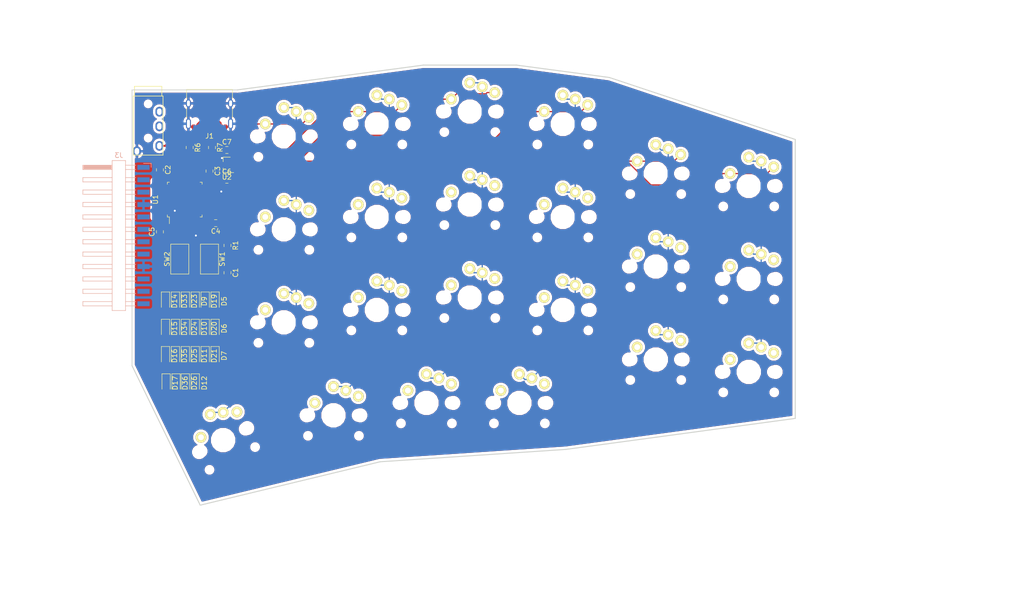
<source format=kicad_pcb>
(kicad_pcb (version 20171130) (host pcbnew 5.0.2+dfsg1-1)
  (layers (0 F.Cu signal) (31 B.Cu signal) (34 B.Paste user) (35 F.Paste user) (36 B.SilkS user) (37 F.SilkS user) (38 B.Mask user) (39 F.Mask user) (44 Edge.Cuts user))
  (net 0 "")
  (net 1 GND)
  (net 2 D+)
  (net 3 "Net-(J1-PadB5)")
  (net 4 "Net-(J1-PadA8)")
  (net 5 D-)
  (net 6 "Net-(J1-PadA5)")
  (net 7 "Net-(J1-PadB8)")
  (net 8 5V)
  (net 9 3.3V)
  (net 10 SWDIO)
  (net 11 SWDCLK)
  (net 12 PA4)
  (net 13 PA5)
  (net 14 PA6)
  (net 15 PA7)
  (net 16 PB6)
  (net 17 PB7)
  (net 18 TX)
  (net 19 RX)
  (net 20 "Net-(D26-Pad2)")
  (net 21 COL4)
  (net 22 "Net-(D36-Pad2)")
  (net 23 COL5)
  (net 24 "Net-(D35-Pad2)")
  (net 25 "Net-(D34-Pad2)")
  (net 26 "Net-(D33-Pad2)")
  (net 27 "Net-(D25-Pad2)")
  (net 28 "Net-(D24-Pad2)")
  (net 29 "Net-(D23-Pad2)")
  (net 30 "Net-(D21-Pad2)")
  (net 31 COL2)
  (net 32 "Net-(D20-Pad2)")
  (net 33 "Net-(D19-Pad2)")
  (net 34 "Net-(D16-Pad2)")
  (net 35 COL6)
  (net 36 "Net-(D14-Pad2)")
  (net 37 "Net-(D12-Pad2)")
  (net 38 COL3)
  (net 39 "Net-(D11-Pad2)")
  (net 40 "Net-(D10-Pad2)")
  (net 41 "Net-(D15-Pad2)")
  (net 42 "Net-(D9-Pad2)")
  (net 43 "Net-(D7-Pad2)")
  (net 44 COL1)
  (net 45 "Net-(D6-Pad2)")
  (net 46 "Net-(D5-Pad2)")
  (net 47 "Net-(D17-Pad2)")
  (net 48 "Net-(R1-Pad1)")
  (net 49 VBAT)
  (net 50 "Net-(U1-Pad2)")
  (net 51 "Net-(U1-Pad3)")
  (net 52 "Net-(U1-Pad4)")
  (net 53 "Net-(U1-Pad5)")
  (net 54 "Net-(U1-Pad6)")
  (net 55 "Net-(C1-Pad2)")
  (net 56 "Net-(U1-Pad10)")
  (net 57 "Net-(U1-Pad11)")
  (net 58 "Net-(U1-Pad12)")
  (net 59 "Net-(U1-Pad13)")
  (net 60 ROW1)
  (net 61 ROW2)
  (net 62 ROW3)
  (net 63 ROW4)
  (net 64 "Net-(U1-Pad22)")
  (net 65 "Net-(U1-Pad26)")
  (net 66 "Net-(U1-Pad27)")
  (net 67 "Net-(U1-Pad28)")
  (net 68 "Net-(U1-Pad29)")
  (module Button_Switch_SMD:SW_SPST_CK_RS282G05A3 (layer F.Cu) (at 90.678 99.568 90)
    (fp_text reference SW2 (at 0 -2.6 90) (layer F.SilkS))
    (fp_text value RESET)
    (pad 2 smd rect (at 3.9 0 90) (size 1.5 1.5) (layers F.Cu F.Paste F.Mask) (net 55 "Net-(C1-Pad2)"))
    (pad 1 smd rect (at -3.9 0 90) (size 1.5 1.5) (layers F.Cu F.Paste F.Mask) (net 1 GND))
  )
  (module Button_Switch_SMD:SW_SPST_CK_RS282G05A3 (layer F.Cu) (at 96.774 99.568 270)
    (fp_text reference SW1 (at 0 -2.6 270) (layer F.SilkS))
    (fp_text value BOOT)
    (pad 1 smd rect (at -3.9 0 270) (size 1.5 1.5) (layers F.Cu F.Paste F.Mask) (net 48 "Net-(R1-Pad1)"))
    (pad 2 smd rect (at 3.9 0 270) (size 1.5 1.5) (layers F.Cu F.Paste F.Mask) (net 9 3.3V))
  )
  (module Capacitor_SMD:C_0805_2012Metric_Pad1.15x1.40mm_HandSolder (layer F.Cu) (at 100.457 102.362 270)
    (fp_text reference C1 (at 0 -1.65 270) (layer F.SilkS))
    (fp_text value 100nF)
    (pad 1 smd roundrect (at -1.025 0 270) (size 1.15 1.4) (layers F.Cu F.Paste F.Mask) (roundrect_rratio 0.217391) (net 1 GND))
    (pad 2 smd roundrect (at 1.025 0 270) (size 1.15 1.4) (layers F.Cu F.Paste F.Mask) (roundrect_rratio 0.217391) (net 55 "Net-(C1-Pad2)"))
  )
  (module Capacitor_SMD:C_0805_2012Metric_Pad1.15x1.40mm_HandSolder (layer F.Cu) (at 86.614 81.28 270)
    (fp_text reference C2 (at 0 -1.65 270) (layer F.SilkS))
    (fp_text value 100nF)
    (pad 2 smd roundrect (at 1.025 0 270) (size 1.15 1.4) (layers F.Cu F.Paste F.Mask) (roundrect_rratio 0.217391) (net 9 3.3V))
    (pad 1 smd roundrect (at -1.025 0 270) (size 1.15 1.4) (layers F.Cu F.Paste F.Mask) (roundrect_rratio 0.217391) (net 1 GND))
  )
  (module Capacitor_SMD:C_0805_2012Metric_Pad1.15x1.40mm_HandSolder (layer F.Cu) (at 96.774 81.534 270)
    (fp_text reference C3 (at 0 -1.65 270) (layer F.SilkS))
    (fp_text value 100nF)
    (pad 1 smd roundrect (at -1.025 0 270) (size 1.15 1.4) (layers F.Cu F.Paste F.Mask) (roundrect_rratio 0.217391) (net 1 GND))
    (pad 2 smd roundrect (at 1.025 0 270) (size 1.15 1.4) (layers F.Cu F.Paste F.Mask) (roundrect_rratio 0.217391) (net 9 3.3V))
  )
  (module Capacitor_SMD:C_0805_2012Metric_Pad1.15x1.40mm_HandSolder (layer F.Cu) (at 98.044 92.202 180)
    (fp_text reference C4 (at 0 -1.65 180) (layer F.SilkS))
    (fp_text value 100nF)
    (pad 2 smd roundrect (at 1.025 0 180) (size 1.15 1.4) (layers F.Cu F.Paste F.Mask) (roundrect_rratio 0.217391) (net 9 3.3V))
    (pad 1 smd roundrect (at -1.025 0 180) (size 1.15 1.4) (layers F.Cu F.Paste F.Mask) (roundrect_rratio 0.217391) (net 1 GND))
  )
  (module Capacitor_SMD:C_0805_2012Metric_Pad1.15x1.40mm_HandSolder (layer F.Cu) (at 86.614 93.98 90)
    (fp_text reference C5 (at 0 -1.65 90) (layer F.SilkS))
    (fp_text value 100nF)
    (pad 1 smd roundrect (at -1.025 0 90) (size 1.15 1.4) (layers F.Cu F.Paste F.Mask) (roundrect_rratio 0.217391) (net 1 GND))
    (pad 2 smd roundrect (at 1.025 0 90) (size 1.15 1.4) (layers F.Cu F.Paste F.Mask) (roundrect_rratio 0.217391) (net 9 3.3V))
  )
  (module Capacitor_SMD:C_0805_2012Metric_Pad1.15x1.40mm_HandSolder (layer F.Cu) (at 100.33 83.312)
    (fp_text reference C6 (at 0 -1.65) (layer F.SilkS))
    (fp_text value 1µF)
    (pad 2 smd roundrect (at 1.025 0) (size 1.15 1.4) (layers F.Cu F.Paste F.Mask) (roundrect_rratio 0.217391) (net 9 3.3V))
    (pad 1 smd roundrect (at -1.025 0) (size 1.15 1.4) (layers F.Cu F.Paste F.Mask) (roundrect_rratio 0.217391) (net 1 GND))
  )
  (module Capacitor_SMD:C_0805_2012Metric_Pad1.15x1.40mm_HandSolder (layer F.Cu) (at 100.33 77.216)
    (fp_text reference C7 (at 0 -1.65) (layer F.SilkS))
    (fp_text value 1µF)
    (pad 1 smd roundrect (at -1.025 0) (size 1.15 1.4) (layers F.Cu F.Paste F.Mask) (roundrect_rratio 0.217391) (net 1 GND))
    (pad 2 smd roundrect (at 1.025 0) (size 1.15 1.4) (layers F.Cu F.Paste F.Mask) (roundrect_rratio 0.217391) (net 8 5V))
  )
  (module Diode_SMD:D_SOD-323_HandSoldering (layer F.Cu) (at 87.884 124.968 270)
    (fp_text reference D17 (at 0 -1.85 270) (layer F.SilkS))
    (fp_text value D4.6)
    (pad 2 smd rect (at 1.25 0 270) (size 1 1) (layers F.Cu F.Paste F.Mask) (net 47 "Net-(D17-Pad2)"))
    (pad 1 smd rect (at -1.25 0 270) (size 1 1) (layers F.Cu F.Paste F.Mask) (net 63 ROW4))
  )
  (module Diode_SMD:D_SOD-323_HandSoldering (layer F.Cu) (at 87.757 113.792 270)
    (fp_text reference D15 (at 0 -1.85 270) (layer F.SilkS))
    (fp_text value D2.6)
    (pad 1 smd rect (at -1.25 0 270) (size 1 1) (layers F.Cu F.Paste F.Mask) (net 61 ROW2))
    (pad 2 smd rect (at 1.25 0 270) (size 1 1) (layers F.Cu F.Paste F.Mask) (net 41 "Net-(D15-Pad2)"))
  )
  (module Diode_SMD:D_SOD-323_HandSoldering (layer F.Cu) (at 87.757 108.204 270)
    (fp_text reference D14 (at 0 -1.85 270) (layer F.SilkS))
    (fp_text value D1.6)
    (pad 2 smd rect (at 1.25 0 270) (size 1 1) (layers F.Cu F.Paste F.Mask) (net 36 "Net-(D14-Pad2)"))
    (pad 1 smd rect (at -1.25 0 270) (size 1 1) (layers F.Cu F.Paste F.Mask) (net 60 ROW1))
  )
  (module Diode_SMD:D_SOD-323_HandSoldering (layer F.Cu) (at 93.853 124.968 270)
    (fp_text reference D12 (at 0 -1.85 270) (layer F.SilkS))
    (fp_text value D4.3)
    (pad 1 smd rect (at -1.25 0 270) (size 1 1) (layers F.Cu F.Paste F.Mask) (net 63 ROW4))
    (pad 2 smd rect (at 1.25 0 270) (size 1 1) (layers F.Cu F.Paste F.Mask) (net 37 "Net-(D12-Pad2)"))
  )
  (module Diode_SMD:D_SOD-323_HandSoldering (layer F.Cu) (at 93.853 119.38 270)
    (fp_text reference D11 (at 0 -1.85 270) (layer F.SilkS))
    (fp_text value D3.3)
    (pad 2 smd rect (at 1.25 0 270) (size 1 1) (layers F.Cu F.Paste F.Mask) (net 39 "Net-(D11-Pad2)"))
    (pad 1 smd rect (at -1.25 0 270) (size 1 1) (layers F.Cu F.Paste F.Mask) (net 62 ROW3))
  )
  (module Diode_SMD:D_SOD-323_HandSoldering (layer F.Cu) (at 93.853 113.792 270)
    (fp_text reference D10 (at 0 -1.85 270) (layer F.SilkS))
    (fp_text value D2.3)
    (pad 1 smd rect (at -1.25 0 270) (size 1 1) (layers F.Cu F.Paste F.Mask) (net 61 ROW2))
    (pad 2 smd rect (at 1.25 0 270) (size 1 1) (layers F.Cu F.Paste F.Mask) (net 40 "Net-(D10-Pad2)"))
  )
  (module Diode_SMD:D_SOD-323_HandSoldering (layer F.Cu) (at 93.853 108.204 270)
    (fp_text reference D9 (at 0 -1.85 270) (layer F.SilkS))
    (fp_text value D1.3)
    (pad 2 smd rect (at 1.25 0 270) (size 1 1) (layers F.Cu F.Paste F.Mask) (net 42 "Net-(D9-Pad2)"))
    (pad 1 smd rect (at -1.25 0 270) (size 1 1) (layers F.Cu F.Paste F.Mask) (net 60 ROW1))
  )
  (module Diode_SMD:D_SOD-323_HandSoldering (layer F.Cu) (at 97.917 119.38 270)
    (fp_text reference D7 (at 0 -1.85 270) (layer F.SilkS))
    (fp_text value D3.1)
    (pad 1 smd rect (at -1.25 0 270) (size 1 1) (layers F.Cu F.Paste F.Mask) (net 62 ROW3))
    (pad 2 smd rect (at 1.25 0 270) (size 1 1) (layers F.Cu F.Paste F.Mask) (net 43 "Net-(D7-Pad2)"))
  )
  (module Diode_SMD:D_SOD-323_HandSoldering (layer F.Cu) (at 97.917 113.792 270)
    (fp_text reference D6 (at 0 -1.85 270) (layer F.SilkS))
    (fp_text value D2.1)
    (pad 2 smd rect (at 1.25 0 270) (size 1 1) (layers F.Cu F.Paste F.Mask) (net 45 "Net-(D6-Pad2)"))
    (pad 1 smd rect (at -1.25 0 270) (size 1 1) (layers F.Cu F.Paste F.Mask) (net 61 ROW2))
  )
  (module Diode_SMD:D_SOD-323_HandSoldering (layer F.Cu) (at 97.917 108.204 270)
    (fp_text reference D5 (at 0 -1.85 270) (layer F.SilkS))
    (fp_text value D1.1)
    (pad 1 smd rect (at -1.25 0 270) (size 1 1) (layers F.Cu F.Paste F.Mask) (net 60 ROW1))
    (pad 2 smd rect (at 1.25 0 270) (size 1 1) (layers F.Cu F.Paste F.Mask) (net 46 "Net-(D5-Pad2)"))
  )
  (module Diode_SMD:D_SOD-323_HandSoldering (layer F.Cu) (at 87.757 119.38 270)
    (fp_text reference D16 (at 0 -1.85 270) (layer F.SilkS))
    (fp_text value D3.6)
    (pad 2 smd rect (at 1.25 0 270) (size 1 1) (layers F.Cu F.Paste F.Mask) (net 34 "Net-(D16-Pad2)"))
    (pad 1 smd rect (at -1.25 0 270) (size 1 1) (layers F.Cu F.Paste F.Mask) (net 62 ROW3))
  )
  (module Diode_SMD:D_SOD-323_HandSoldering (layer F.Cu) (at 95.885 113.792 270)
    (fp_text reference D20 (at 0 -1.85 270) (layer F.SilkS))
    (fp_text value D2.2)
    (pad 1 smd rect (at -1.25 0 270) (size 1 1) (layers F.Cu F.Paste F.Mask) (net 61 ROW2))
    (pad 2 smd rect (at 1.25 0 270) (size 1 1) (layers F.Cu F.Paste F.Mask) (net 32 "Net-(D20-Pad2)"))
  )
  (module Diode_SMD:D_SOD-323_HandSoldering (layer F.Cu) (at 89.916 124.968 270)
    (fp_text reference D36 (at 0 -1.85 270) (layer F.SilkS))
    (fp_text value D4.5)
    (pad 2 smd rect (at 1.25 0 270) (size 1 1) (layers F.Cu F.Paste F.Mask) (net 22 "Net-(D36-Pad2)"))
    (pad 1 smd rect (at -1.25 0 270) (size 1 1) (layers F.Cu F.Paste F.Mask) (net 63 ROW4))
  )
  (module Diode_SMD:D_SOD-323_HandSoldering (layer F.Cu) (at 89.789 113.792 270)
    (fp_text reference D34 (at 0 -1.85 270) (layer F.SilkS))
    (fp_text value D2.5)
    (pad 1 smd rect (at -1.25 0 270) (size 1 1) (layers F.Cu F.Paste F.Mask) (net 61 ROW2))
    (pad 2 smd rect (at 1.25 0 270) (size 1 1) (layers F.Cu F.Paste F.Mask) (net 25 "Net-(D34-Pad2)"))
  )
  (module Diode_SMD:D_SOD-323_HandSoldering (layer F.Cu) (at 89.789 108.204 270)
    (fp_text reference D33 (at 0 -1.85 270) (layer F.SilkS))
    (fp_text value D1.5)
    (pad 2 smd rect (at 1.25 0 270) (size 1 1) (layers F.Cu F.Paste F.Mask) (net 26 "Net-(D33-Pad2)"))
    (pad 1 smd rect (at -1.25 0 270) (size 1 1) (layers F.Cu F.Paste F.Mask) (net 60 ROW1))
  )
  (module Diode_SMD:D_SOD-323_HandSoldering (layer F.Cu) (at 91.821 124.968 270)
    (fp_text reference D26 (at 0 -1.85 270) (layer F.SilkS))
    (fp_text value D4.4)
    (pad 1 smd rect (at -1.25 0 270) (size 1 1) (layers F.Cu F.Paste F.Mask) (net 63 ROW4))
    (pad 2 smd rect (at 1.25 0 270) (size 1 1) (layers F.Cu F.Paste F.Mask) (net 20 "Net-(D26-Pad2)"))
  )
  (module Diode_SMD:D_SOD-323_HandSoldering (layer F.Cu) (at 91.821 119.38 270)
    (fp_text reference D25 (at 0 -1.85 270) (layer F.SilkS))
    (fp_text value D3.4)
    (pad 2 smd rect (at 1.25 0 270) (size 1 1) (layers F.Cu F.Paste F.Mask) (net 27 "Net-(D25-Pad2)"))
    (pad 1 smd rect (at -1.25 0 270) (size 1 1) (layers F.Cu F.Paste F.Mask) (net 62 ROW3))
  )
  (module Diode_SMD:D_SOD-323_HandSoldering (layer F.Cu) (at 91.821 113.792 270)
    (fp_text reference D24 (at 0 -1.85 270) (layer F.SilkS))
    (fp_text value D2.4)
    (pad 1 smd rect (at -1.25 0 270) (size 1 1) (layers F.Cu F.Paste F.Mask) (net 61 ROW2))
    (pad 2 smd rect (at 1.25 0 270) (size 1 1) (layers F.Cu F.Paste F.Mask) (net 28 "Net-(D24-Pad2)"))
  )
  (module Diode_SMD:D_SOD-323_HandSoldering (layer F.Cu) (at 91.821 108.204 270)
    (fp_text reference D23 (at 0 -1.85 270) (layer F.SilkS))
    (fp_text value D1.4)
    (pad 2 smd rect (at 1.25 0 270) (size 1 1) (layers F.Cu F.Paste F.Mask) (net 29 "Net-(D23-Pad2)"))
    (pad 1 smd rect (at -1.25 0 270) (size 1 1) (layers F.Cu F.Paste F.Mask) (net 60 ROW1))
  )
  (module Diode_SMD:D_SOD-323_HandSoldering (layer F.Cu) (at 95.885 119.38 270)
    (fp_text reference D21 (at 0 -1.85 270) (layer F.SilkS))
    (fp_text value D3.2)
    (pad 1 smd rect (at -1.25 0 270) (size 1 1) (layers F.Cu F.Paste F.Mask) (net 62 ROW3))
    (pad 2 smd rect (at 1.25 0 270) (size 1 1) (layers F.Cu F.Paste F.Mask) (net 30 "Net-(D21-Pad2)"))
  )
  (module Diode_SMD:D_SOD-323_HandSoldering (layer F.Cu) (at 95.885 108.204 270)
    (fp_text reference D19 (at 0 -1.85 270) (layer F.SilkS))
    (fp_text value D1.2)
    (pad 2 smd rect (at 1.25 0 270) (size 1 1) (layers F.Cu F.Paste F.Mask) (net 33 "Net-(D19-Pad2)"))
    (pad 1 smd rect (at -1.25 0 270) (size 1 1) (layers F.Cu F.Paste F.Mask) (net 60 ROW1))
  )
  (module Diode_SMD:D_SOD-323_HandSoldering (layer F.Cu) (at 89.789 119.38 270)
    (fp_text reference D35 (at 0 -1.85 270) (layer F.SilkS))
    (fp_text value D3.5)
    (pad 1 smd rect (at -1.25 0 270) (size 1 1) (layers F.Cu F.Paste F.Mask) (net 62 ROW3))
    (pad 2 smd rect (at 1.25 0 270) (size 1 1) (layers F.Cu F.Paste F.Mask) (net 24 "Net-(D35-Pad2)"))
  )
  (module Package_QFP:LQFP-48_7x7mm_P0.5mm (layer F.Cu) (at 91.694 87.376 90)
    (fp_text reference U1 (at 0 -6 90) (layer F.SilkS))
    (fp_text value STM32)
    (pad 1 smd rect (at -4.35 -2.75 90) (size 1.3 0.25) (layers F.Cu F.Paste F.Mask) (net 49 VBAT))
    (pad 2 smd rect (at -4.35 -2.25 90) (size 1.3 0.25) (layers F.Cu F.Paste F.Mask) (net 50 "Net-(U1-Pad2)"))
    (pad 3 smd rect (at -4.35 -1.75 90) (size 1.3 0.25) (layers F.Cu F.Paste F.Mask) (net 51 "Net-(U1-Pad3)"))
    (pad 4 smd rect (at -4.35 -1.25 90) (size 1.3 0.25) (layers F.Cu F.Paste F.Mask) (net 52 "Net-(U1-Pad4)"))
    (pad 5 smd rect (at -4.35 -0.75 90) (size 1.3 0.25) (layers F.Cu F.Paste F.Mask) (net 53 "Net-(U1-Pad5)"))
    (pad 6 smd rect (at -4.35 -0.25 90) (size 1.3 0.25) (layers F.Cu F.Paste F.Mask) (net 54 "Net-(U1-Pad6)"))
    (pad 7 smd rect (at -4.35 0.25 90) (size 1.3 0.25) (layers F.Cu F.Paste F.Mask) (net 55 "Net-(C1-Pad2)"))
    (pad 8 smd rect (at -4.35 0.75 90) (size 1.3 0.25) (layers F.Cu F.Paste F.Mask) (net 1 GND))
    (pad 9 smd rect (at -4.35 1.25 90) (size 1.3 0.25) (layers F.Cu F.Paste F.Mask) (net 9 3.3V))
    (pad 10 smd rect (at -4.35 1.75 90) (size 1.3 0.25) (layers F.Cu F.Paste F.Mask) (net 56 "Net-(U1-Pad10)"))
    (pad 11 smd rect (at -4.35 2.25 90) (size 1.3 0.25) (layers F.Cu F.Paste F.Mask) (net 57 "Net-(U1-Pad11)"))
    (pad 12 smd rect (at -4.35 2.75 90) (size 1.3 0.25) (layers F.Cu F.Paste F.Mask) (net 58 "Net-(U1-Pad12)"))
    (pad 13 smd rect (at -2.75 4.35 180) (size 1.3 0.25) (layers F.Cu F.Paste F.Mask) (net 59 "Net-(U1-Pad13)"))
    (pad 14 smd rect (at -2.25 4.35 180) (size 1.3 0.25) (layers F.Cu F.Paste F.Mask) (net 12 PA4))
    (pad 15 smd rect (at -1.75 4.35 180) (size 1.3 0.25) (layers F.Cu F.Paste F.Mask) (net 13 PA5))
    (pad 16 smd rect (at -1.25 4.35 180) (size 1.3 0.25) (layers F.Cu F.Paste F.Mask) (net 14 PA6))
    (pad 17 smd rect (at -0.75 4.35 180) (size 1.3 0.25) (layers F.Cu F.Paste F.Mask) (net 15 PA7))
    (pad 18 smd rect (at -0.25 4.35 180) (size 1.3 0.25) (layers F.Cu F.Paste F.Mask) (net 60 ROW1))
    (pad 19 smd rect (at 0.25 4.35 180) (size 1.3 0.25) (layers F.Cu F.Paste F.Mask) (net 61 ROW2))
    (pad 20 smd rect (at 0.75 4.35 180) (size 1.3 0.25) (layers F.Cu F.Paste F.Mask) (net 62 ROW3))
    (pad 21 smd rect (at 1.25 4.35 180) (size 1.3 0.25) (layers F.Cu F.Paste F.Mask) (net 63 ROW4))
    (pad 22 smd rect (at 1.75 4.35 180) (size 1.3 0.25) (layers F.Cu F.Paste F.Mask) (net 64 "Net-(U1-Pad22)"))
    (pad 23 smd rect (at 2.25 4.35 180) (size 1.3 0.25) (layers F.Cu F.Paste F.Mask) (net 1 GND))
    (pad 24 smd rect (at 2.75 4.35 180) (size 1.3 0.25) (layers F.Cu F.Paste F.Mask) (net 9 3.3V))
    (pad 25 smd rect (at 4.35 2.75 90) (size 1.3 0.25) (layers F.Cu F.Paste F.Mask) (net 9 3.3V))
    (pad 26 smd rect (at 4.35 2.25 90) (size 1.3 0.25) (layers F.Cu F.Paste F.Mask) (net 65 "Net-(U1-Pad26)"))
    (pad 27 smd rect (at 4.35 1.75 90) (size 1.3 0.25) (layers F.Cu F.Paste F.Mask) (net 66 "Net-(U1-Pad27)"))
    (pad 28 smd rect (at 4.35 1.25 90) (size 1.3 0.25) (layers F.Cu F.Paste F.Mask) (net 67 "Net-(U1-Pad28)"))
    (pad 29 smd rect (at 4.35 0.75 90) (size 1.3 0.25) (layers F.Cu F.Paste F.Mask) (net 68 "Net-(U1-Pad29)"))
    (pad 30 smd rect (at 4.35 0.25 90) (size 1.3 0.25) (layers F.Cu F.Paste F.Mask) (net 18 TX))
    (pad 31 smd rect (at 4.35 -0.25 90) (size 1.3 0.25) (layers F.Cu F.Paste F.Mask) (net 19 RX))
    (pad 32 smd rect (at 4.35 -0.75 90) (size 1.3 0.25) (layers F.Cu F.Paste F.Mask) (net 5 D-))
    (pad 33 smd rect (at 4.35 -1.25 90) (size 1.3 0.25) (layers F.Cu F.Paste F.Mask) (net 2 D+))
    (pad 34 smd rect (at 4.35 -1.75 90) (size 1.3 0.25) (layers F.Cu F.Paste F.Mask) (net 10 SWDIO))
    (pad 35 smd rect (at 4.35 -2.25 90) (size 1.3 0.25) (layers F.Cu F.Paste F.Mask) (net 1 GND))
    (pad 36 smd rect (at 4.35 -2.75 90) (size 1.3 0.25) (layers F.Cu F.Paste F.Mask) (net 9 3.3V))
    (pad 37 smd rect (at 2.75 -4.35 180) (size 1.3 0.25) (layers F.Cu F.Paste F.Mask) (net 11 SWDCLK))
    (pad 38 smd rect (at 2.25 -4.35 180) (size 1.3 0.25) (layers F.Cu F.Paste F.Mask) (net 44 COL1))
    (pad 39 smd rect (at 1.75 -4.35 180) (size 1.3 0.25) (layers F.Cu F.Paste F.Mask) (net 31 COL2))
    (pad 40 smd rect (at 1.25 -4.35 180) (size 1.3 0.25) (layers F.Cu F.Paste F.Mask) (net 38 COL3))
    (pad 41 smd rect (at 0.75 -4.35 180) (size 1.3 0.25) (layers F.Cu F.Paste F.Mask) (net 21 COL4))
    (pad 42 smd rect (at 0.25 -4.35 180) (size 1.3 0.25) (layers F.Cu F.Paste F.Mask) (net 16 PB6))
    (pad 43 smd rect (at -0.25 -4.35 180) (size 1.3 0.25) (layers F.Cu F.Paste F.Mask) (net 17 PB7))
    (pad 44 smd rect (at -0.75 -4.35 180) (size 1.3 0.25) (layers F.Cu F.Paste F.Mask) (net 48 "Net-(R1-Pad1)"))
    (pad 45 smd rect (at -1.25 -4.35 180) (size 1.3 0.25) (layers F.Cu F.Paste F.Mask) (net 23 COL5))
    (pad 46 smd rect (at -1.75 -4.35 180) (size 1.3 0.25) (layers F.Cu F.Paste F.Mask) (net 35 COL6))
    (pad 47 smd rect (at -2.25 -4.35 180) (size 1.3 0.25) (layers F.Cu F.Paste F.Mask) (net 1 GND))
    (pad 48 smd rect (at -2.75 -4.35 180) (size 1.3 0.25) (layers F.Cu F.Paste F.Mask) (net 9 3.3V))
  )
  (module Package_TO_SOT_SMD:SOT-23 (layer F.Cu) (at 100.33 80.264 180)
    (fp_text reference U2 (at 0 -2.5 180) (layer F.SilkS))
    (fp_text value LDO)
    (pad 1 smd rect (at -1 -0.95 180) (size 0.9 0.8) (layers F.Cu F.Paste F.Mask) (net 9 3.3V))
    (pad 2 smd rect (at -1 0.95 180) (size 0.9 0.8) (layers F.Cu F.Paste F.Mask) (net 8 5V))
    (pad 3 smd rect (at 1 0 180) (size 0.9 0.8) (layers F.Cu F.Paste F.Mask) (net 1 GND))
  )
  (module Resistor_SMD:R_0805_2012Metric_Pad1.15x1.40mm_HandSolder (layer F.Cu) (at 97.282 76.708 270)
    (fp_text reference R7 (at 0 -1.65 270) (layer F.SilkS))
    (fp_text value 5.1k)
    (pad 1 smd roundrect (at -1.025 0 270) (size 1.15 1.4) (layers F.Cu F.Paste F.Mask) (roundrect_rratio 0.217391) (net 6 "Net-(J1-PadA5)"))
    (pad 2 smd roundrect (at 1.025 0 270) (size 1.15 1.4) (layers F.Cu F.Paste F.Mask) (roundrect_rratio 0.217391) (net 1 GND))
  )
  (module Resistor_SMD:R_0805_2012Metric_Pad1.15x1.40mm_HandSolder (layer F.Cu) (at 92.71 76.708 270)
    (fp_text reference R6 (at 0 -1.65 270) (layer F.SilkS))
    (fp_text value 5.1k)
    (pad 2 smd roundrect (at 1.025 0 270) (size 1.15 1.4) (layers F.Cu F.Paste F.Mask) (roundrect_rratio 0.217391) (net 1 GND))
    (pad 1 smd roundrect (at -1.025 0 270) (size 1.15 1.4) (layers F.Cu F.Paste F.Mask) (roundrect_rratio 0.217391) (net 3 "Net-(J1-PadB5)"))
  )
  (module Resistor_SMD:R_0805_2012Metric_Pad1.15x1.40mm_HandSolder (layer F.Cu) (at 100.457 96.774 270)
    (fp_text reference R1 (at 0 -1.65 270) (layer F.SilkS))
    (fp_text value 5.1k)
    (pad 1 smd roundrect (at -1.025 0 270) (size 1.15 1.4) (layers F.Cu F.Paste F.Mask) (roundrect_rratio 0.217391) (net 48 "Net-(R1-Pad1)"))
    (pad 2 smd roundrect (at 1.025 0 270) (size 1.15 1.4) (layers F.Cu F.Paste F.Mask) (roundrect_rratio 0.217391) (net 1 GND))
  )
  (module foostan-kbd:CherryMX_Choc_1u (layer F.Cu) (at 99.568 136.652 26.5)
    (fp_text reference SW15 hide)
    (fp_text value SW_Push hide)
    (pad "" np_thru_hole circle (at -5.22 4.2 26.5) (size 1 1) (drill 1) (layers *.Cu *.Mask))
    (pad "" np_thru_hole circle (at 5.22 4.2 26.5) (size 1 1) (drill 1) (layers *.Cu *.Mask))
    (pad "" np_thru_hole circle (at -5.08 0 26.5) (size 1.7 1.7) (drill 1.7) (layers *.Cu *.Mask))
    (pad "" np_thru_hole circle (at 5.08 0 26.5) (size 1.7 1.7) (drill 1.7) (layers *.Cu *.Mask))
    (pad 1 thru_hole circle (at -3.81 -2.54 76.5) (size 2.2 2.2) (drill 1.2) (layers *.Cu F.SilkS B.Mask) (net 47 "Net-(D17-Pad2)"))
    (pad 2 thru_hole circle (at 2.54 -5.08 26.5) (size 2.2 2.2) (drill 1.2) (layers *.Cu F.SilkS B.Mask) (net 35 COL6))
    (pad 2 thru_hole circle (at 0 -5.9 116.5) (size 2.2 2.2) (drill 1.2) (layers *.Cu F.SilkS B.Mask) (net 35 COL6))
    (pad "" np_thru_hole circle (at 5.5 0 116.5) (size 1.9 1.9) (drill 1.9) (layers *.Cu *.Mask))
    (pad "" np_thru_hole circle (at -5.5 0 116.5) (size 1.9 1.9) (drill 1.9) (layers *.Cu *.Mask))
    (pad "" np_thru_hole circle (at 0 0 116.5) (size 4 4) (drill 4) (layers *.Cu *.Mask))
    (pad 1 thru_hole circle (at 5.1 -3.9 336.5) (size 2.2 2.2) (drill 1.2) (layers *.Cu F.SilkS B.Mask) (net 47 "Net-(D17-Pad2)"))
  )
  (module foostan-kbd:CherryMX_Choc_1u (layer F.Cu) (at 207.264 84.582)
    (fp_text reference SW3 hide)
    (fp_text value SW_Push hide)
    (pad 1 thru_hole circle (at 5.1 -3.9 310) (size 2.2 2.2) (drill 1.2) (layers *.Cu F.SilkS B.Mask) (net 46 "Net-(D5-Pad2)"))
    (pad "" np_thru_hole circle (at 0 0 90) (size 4 4) (drill 4) (layers *.Cu *.Mask))
    (pad "" np_thru_hole circle (at -5.5 0 90) (size 1.9 1.9) (drill 1.9) (layers *.Cu *.Mask))
    (pad "" np_thru_hole circle (at 5.5 0 90) (size 1.9 1.9) (drill 1.9) (layers *.Cu *.Mask))
    (pad 2 thru_hole circle (at 0 -5.9 90) (size 2.2 2.2) (drill 1.2) (layers *.Cu F.SilkS B.Mask) (net 44 COL1))
    (pad 2 thru_hole circle (at 2.54 -5.08) (size 2.2 2.2) (drill 1.2) (layers *.Cu F.SilkS B.Mask) (net 44 COL1))
    (pad 1 thru_hole circle (at -3.81 -2.54 50) (size 2.2 2.2) (drill 1.2) (layers *.Cu F.SilkS B.Mask) (net 46 "Net-(D5-Pad2)"))
    (pad "" np_thru_hole circle (at 5.08 0) (size 1.7 1.7) (drill 1.7) (layers *.Cu *.Mask))
    (pad "" np_thru_hole circle (at -5.08 0) (size 1.7 1.7) (drill 1.7) (layers *.Cu *.Mask))
    (pad "" np_thru_hole circle (at 5.22 4.2) (size 1 1) (drill 1) (layers *.Cu *.Mask))
    (pad "" np_thru_hole circle (at -5.22 4.2) (size 1 1) (drill 1) (layers *.Cu *.Mask))
  )
  (module foostan-kbd:CherryMX_Choc_1u (layer F.Cu) (at 207.264 103.632)
    (fp_text reference SW4 hide)
    (fp_text value SW_Push hide)
    (pad "" np_thru_hole circle (at -5.22 4.2) (size 1 1) (drill 1) (layers *.Cu *.Mask))
    (pad "" np_thru_hole circle (at 5.22 4.2) (size 1 1) (drill 1) (layers *.Cu *.Mask))
    (pad "" np_thru_hole circle (at -5.08 0) (size 1.7 1.7) (drill 1.7) (layers *.Cu *.Mask))
    (pad "" np_thru_hole circle (at 5.08 0) (size 1.7 1.7) (drill 1.7) (layers *.Cu *.Mask))
    (pad 1 thru_hole circle (at -3.81 -2.54 50) (size 2.2 2.2) (drill 1.2) (layers *.Cu F.SilkS B.Mask) (net 45 "Net-(D6-Pad2)"))
    (pad 2 thru_hole circle (at 2.54 -5.08) (size 2.2 2.2) (drill 1.2) (layers *.Cu F.SilkS B.Mask) (net 44 COL1))
    (pad 2 thru_hole circle (at 0 -5.9 90) (size 2.2 2.2) (drill 1.2) (layers *.Cu F.SilkS B.Mask) (net 44 COL1))
    (pad "" np_thru_hole circle (at 5.5 0 90) (size 1.9 1.9) (drill 1.9) (layers *.Cu *.Mask))
    (pad "" np_thru_hole circle (at -5.5 0 90) (size 1.9 1.9) (drill 1.9) (layers *.Cu *.Mask))
    (pad "" np_thru_hole circle (at 0 0 90) (size 4 4) (drill 4) (layers *.Cu *.Mask))
    (pad 1 thru_hole circle (at 5.1 -3.9 310) (size 2.2 2.2) (drill 1.2) (layers *.Cu F.SilkS B.Mask) (net 45 "Net-(D6-Pad2)"))
  )
  (module foostan-kbd:CherryMX_Choc_1u (layer F.Cu) (at 207.264 122.682)
    (fp_text reference SW5 hide)
    (fp_text value SW_Push hide)
    (pad 1 thru_hole circle (at 5.1 -3.9 310) (size 2.2 2.2) (drill 1.2) (layers *.Cu F.SilkS B.Mask) (net 43 "Net-(D7-Pad2)"))
    (pad "" np_thru_hole circle (at 0 0 90) (size 4 4) (drill 4) (layers *.Cu *.Mask))
    (pad "" np_thru_hole circle (at -5.5 0 90) (size 1.9 1.9) (drill 1.9) (layers *.Cu *.Mask))
    (pad "" np_thru_hole circle (at 5.5 0 90) (size 1.9 1.9) (drill 1.9) (layers *.Cu *.Mask))
    (pad 2 thru_hole circle (at 0 -5.9 90) (size 2.2 2.2) (drill 1.2) (layers *.Cu F.SilkS B.Mask) (net 44 COL1))
    (pad 2 thru_hole circle (at 2.54 -5.08) (size 2.2 2.2) (drill 1.2) (layers *.Cu F.SilkS B.Mask) (net 44 COL1))
    (pad 1 thru_hole circle (at -3.81 -2.54 50) (size 2.2 2.2) (drill 1.2) (layers *.Cu F.SilkS B.Mask) (net 43 "Net-(D7-Pad2)"))
    (pad "" np_thru_hole circle (at 5.08 0) (size 1.7 1.7) (drill 1.7) (layers *.Cu *.Mask))
    (pad "" np_thru_hole circle (at -5.08 0) (size 1.7 1.7) (drill 1.7) (layers *.Cu *.Mask))
    (pad "" np_thru_hole circle (at 5.22 4.2) (size 1 1) (drill 1) (layers *.Cu *.Mask))
    (pad "" np_thru_hole circle (at -5.22 4.2) (size 1 1) (drill 1) (layers *.Cu *.Mask))
  )
  (module foostan-kbd:CherryMX_Choc_1u (layer F.Cu) (at 169.164 71.882)
    (fp_text reference SW7 hide)
    (fp_text value SW_Push hide)
    (pad "" np_thru_hole circle (at -5.22 4.2) (size 1 1) (drill 1) (layers *.Cu *.Mask))
    (pad "" np_thru_hole circle (at 5.22 4.2) (size 1 1) (drill 1) (layers *.Cu *.Mask))
    (pad "" np_thru_hole circle (at -5.08 0) (size 1.7 1.7) (drill 1.7) (layers *.Cu *.Mask))
    (pad "" np_thru_hole circle (at 5.08 0) (size 1.7 1.7) (drill 1.7) (layers *.Cu *.Mask))
    (pad 1 thru_hole circle (at -3.81 -2.54 50) (size 2.2 2.2) (drill 1.2) (layers *.Cu F.SilkS B.Mask) (net 42 "Net-(D9-Pad2)"))
    (pad 2 thru_hole circle (at 2.54 -5.08) (size 2.2 2.2) (drill 1.2) (layers *.Cu F.SilkS B.Mask) (net 38 COL3))
    (pad 2 thru_hole circle (at 0 -5.9 90) (size 2.2 2.2) (drill 1.2) (layers *.Cu F.SilkS B.Mask) (net 38 COL3))
    (pad "" np_thru_hole circle (at 5.5 0 90) (size 1.9 1.9) (drill 1.9) (layers *.Cu *.Mask))
    (pad "" np_thru_hole circle (at -5.5 0 90) (size 1.9 1.9) (drill 1.9) (layers *.Cu *.Mask))
    (pad "" np_thru_hole circle (at 0 0 90) (size 4 4) (drill 4) (layers *.Cu *.Mask))
    (pad 1 thru_hole circle (at 5.1 -3.9 310) (size 2.2 2.2) (drill 1.2) (layers *.Cu F.SilkS B.Mask) (net 42 "Net-(D9-Pad2)"))
  )
  (module foostan-kbd:CherryMX_Choc_1u (layer F.Cu) (at 112.014 93.472)
    (fp_text reference SW13 hide)
    (fp_text value SW_Push hide)
    (pad 1 thru_hole circle (at 5.1 -3.9 310) (size 2.2 2.2) (drill 1.2) (layers *.Cu F.SilkS B.Mask) (net 41 "Net-(D15-Pad2)"))
    (pad "" np_thru_hole circle (at 0 0 90) (size 4 4) (drill 4) (layers *.Cu *.Mask))
    (pad "" np_thru_hole circle (at -5.5 0 90) (size 1.9 1.9) (drill 1.9) (layers *.Cu *.Mask))
    (pad "" np_thru_hole circle (at 5.5 0 90) (size 1.9 1.9) (drill 1.9) (layers *.Cu *.Mask))
    (pad 2 thru_hole circle (at 0 -5.9 90) (size 2.2 2.2) (drill 1.2) (layers *.Cu F.SilkS B.Mask) (net 35 COL6))
    (pad 2 thru_hole circle (at 2.54 -5.08) (size 2.2 2.2) (drill 1.2) (layers *.Cu F.SilkS B.Mask) (net 35 COL6))
    (pad 1 thru_hole circle (at -3.81 -2.54 50) (size 2.2 2.2) (drill 1.2) (layers *.Cu F.SilkS B.Mask) (net 41 "Net-(D15-Pad2)"))
    (pad "" np_thru_hole circle (at 5.08 0) (size 1.7 1.7) (drill 1.7) (layers *.Cu *.Mask))
    (pad "" np_thru_hole circle (at -5.08 0) (size 1.7 1.7) (drill 1.7) (layers *.Cu *.Mask))
    (pad "" np_thru_hole circle (at 5.22 4.2) (size 1 1) (drill 1) (layers *.Cu *.Mask))
    (pad "" np_thru_hole circle (at -5.22 4.2) (size 1 1) (drill 1) (layers *.Cu *.Mask))
  )
  (module foostan-kbd:CherryMX_Choc_1u (layer F.Cu) (at 169.164 90.932)
    (fp_text reference SW8 hide)
    (fp_text value SW_Push hide)
    (pad "" np_thru_hole circle (at -5.22 4.2) (size 1 1) (drill 1) (layers *.Cu *.Mask))
    (pad "" np_thru_hole circle (at 5.22 4.2) (size 1 1) (drill 1) (layers *.Cu *.Mask))
    (pad "" np_thru_hole circle (at -5.08 0) (size 1.7 1.7) (drill 1.7) (layers *.Cu *.Mask))
    (pad "" np_thru_hole circle (at 5.08 0) (size 1.7 1.7) (drill 1.7) (layers *.Cu *.Mask))
    (pad 1 thru_hole circle (at -3.81 -2.54 50) (size 2.2 2.2) (drill 1.2) (layers *.Cu F.SilkS B.Mask) (net 40 "Net-(D10-Pad2)"))
    (pad 2 thru_hole circle (at 2.54 -5.08) (size 2.2 2.2) (drill 1.2) (layers *.Cu F.SilkS B.Mask) (net 38 COL3))
    (pad 2 thru_hole circle (at 0 -5.9 90) (size 2.2 2.2) (drill 1.2) (layers *.Cu F.SilkS B.Mask) (net 38 COL3))
    (pad "" np_thru_hole circle (at 5.5 0 90) (size 1.9 1.9) (drill 1.9) (layers *.Cu *.Mask))
    (pad "" np_thru_hole circle (at -5.5 0 90) (size 1.9 1.9) (drill 1.9) (layers *.Cu *.Mask))
    (pad "" np_thru_hole circle (at 0 0 90) (size 4 4) (drill 4) (layers *.Cu *.Mask))
    (pad 1 thru_hole circle (at 5.1 -3.9 310) (size 2.2 2.2) (drill 1.2) (layers *.Cu F.SilkS B.Mask) (net 40 "Net-(D10-Pad2)"))
  )
  (module foostan-kbd:CherryMX_Choc_1u (layer F.Cu) (at 169.164 109.982)
    (fp_text reference SW9 hide)
    (fp_text value SW_Push hide)
    (pad 1 thru_hole circle (at 5.1 -3.9 310) (size 2.2 2.2) (drill 1.2) (layers *.Cu F.SilkS B.Mask) (net 39 "Net-(D11-Pad2)"))
    (pad "" np_thru_hole circle (at 0 0 90) (size 4 4) (drill 4) (layers *.Cu *.Mask))
    (pad "" np_thru_hole circle (at -5.5 0 90) (size 1.9 1.9) (drill 1.9) (layers *.Cu *.Mask))
    (pad "" np_thru_hole circle (at 5.5 0 90) (size 1.9 1.9) (drill 1.9) (layers *.Cu *.Mask))
    (pad 2 thru_hole circle (at 0 -5.9 90) (size 2.2 2.2) (drill 1.2) (layers *.Cu F.SilkS B.Mask) (net 38 COL3))
    (pad 2 thru_hole circle (at 2.54 -5.08) (size 2.2 2.2) (drill 1.2) (layers *.Cu F.SilkS B.Mask) (net 38 COL3))
    (pad 1 thru_hole circle (at -3.81 -2.54 50) (size 2.2 2.2) (drill 1.2) (layers *.Cu F.SilkS B.Mask) (net 39 "Net-(D11-Pad2)"))
    (pad "" np_thru_hole circle (at 5.08 0) (size 1.7 1.7) (drill 1.7) (layers *.Cu *.Mask))
    (pad "" np_thru_hole circle (at -5.08 0) (size 1.7 1.7) (drill 1.7) (layers *.Cu *.Mask))
    (pad "" np_thru_hole circle (at 5.22 4.2) (size 1 1) (drill 1) (layers *.Cu *.Mask))
    (pad "" np_thru_hole circle (at -5.22 4.2) (size 1 1) (drill 1) (layers *.Cu *.Mask))
  )
  (module foostan-kbd:CherryMX_Choc_1u (layer F.Cu) (at 160.274 129.032)
    (fp_text reference SW10 hide)
    (fp_text value SW_Push hide)
    (pad "" np_thru_hole circle (at -5.22 4.2) (size 1 1) (drill 1) (layers *.Cu *.Mask))
    (pad "" np_thru_hole circle (at 5.22 4.2) (size 1 1) (drill 1) (layers *.Cu *.Mask))
    (pad "" np_thru_hole circle (at -5.08 0) (size 1.7 1.7) (drill 1.7) (layers *.Cu *.Mask))
    (pad "" np_thru_hole circle (at 5.08 0) (size 1.7 1.7) (drill 1.7) (layers *.Cu *.Mask))
    (pad 1 thru_hole circle (at -3.81 -2.54 50) (size 2.2 2.2) (drill 1.2) (layers *.Cu F.SilkS B.Mask) (net 37 "Net-(D12-Pad2)"))
    (pad 2 thru_hole circle (at 2.54 -5.08) (size 2.2 2.2) (drill 1.2) (layers *.Cu F.SilkS B.Mask) (net 38 COL3))
    (pad 2 thru_hole circle (at 0 -5.9 90) (size 2.2 2.2) (drill 1.2) (layers *.Cu F.SilkS B.Mask) (net 38 COL3))
    (pad "" np_thru_hole circle (at 5.5 0 90) (size 1.9 1.9) (drill 1.9) (layers *.Cu *.Mask))
    (pad "" np_thru_hole circle (at -5.5 0 90) (size 1.9 1.9) (drill 1.9) (layers *.Cu *.Mask))
    (pad "" np_thru_hole circle (at 0 0 90) (size 4 4) (drill 4) (layers *.Cu *.Mask))
    (pad 1 thru_hole circle (at 5.1 -3.9 310) (size 2.2 2.2) (drill 1.2) (layers *.Cu F.SilkS B.Mask) (net 37 "Net-(D12-Pad2)"))
  )
  (module foostan-kbd:CherryMX_Choc_1u (layer F.Cu) (at 112.014 74.422)
    (fp_text reference SW12 hide)
    (fp_text value SW_Push hide)
    (pad 1 thru_hole circle (at 5.1 -3.9 310) (size 2.2 2.2) (drill 1.2) (layers *.Cu F.SilkS B.Mask) (net 36 "Net-(D14-Pad2)"))
    (pad "" np_thru_hole circle (at 0 0 90) (size 4 4) (drill 4) (layers *.Cu *.Mask))
    (pad "" np_thru_hole circle (at -5.5 0 90) (size 1.9 1.9) (drill 1.9) (layers *.Cu *.Mask))
    (pad "" np_thru_hole circle (at 5.5 0 90) (size 1.9 1.9) (drill 1.9) (layers *.Cu *.Mask))
    (pad 2 thru_hole circle (at 0 -5.9 90) (size 2.2 2.2) (drill 1.2) (layers *.Cu F.SilkS B.Mask) (net 35 COL6))
    (pad 2 thru_hole circle (at 2.54 -5.08) (size 2.2 2.2) (drill 1.2) (layers *.Cu F.SilkS B.Mask) (net 35 COL6))
    (pad 1 thru_hole circle (at -3.81 -2.54 50) (size 2.2 2.2) (drill 1.2) (layers *.Cu F.SilkS B.Mask) (net 36 "Net-(D14-Pad2)"))
    (pad "" np_thru_hole circle (at 5.08 0) (size 1.7 1.7) (drill 1.7) (layers *.Cu *.Mask))
    (pad "" np_thru_hole circle (at -5.08 0) (size 1.7 1.7) (drill 1.7) (layers *.Cu *.Mask))
    (pad "" np_thru_hole circle (at 5.22 4.2) (size 1 1) (drill 1) (layers *.Cu *.Mask))
    (pad "" np_thru_hole circle (at -5.22 4.2) (size 1 1) (drill 1) (layers *.Cu *.Mask))
  )
  (module foostan-kbd:CherryMX_Choc_1u (layer F.Cu) (at 112.014 112.522)
    (fp_text reference SW14 hide)
    (fp_text value SW_Push hide)
    (pad "" np_thru_hole circle (at -5.22 4.2) (size 1 1) (drill 1) (layers *.Cu *.Mask))
    (pad "" np_thru_hole circle (at 5.22 4.2) (size 1 1) (drill 1) (layers *.Cu *.Mask))
    (pad "" np_thru_hole circle (at -5.08 0) (size 1.7 1.7) (drill 1.7) (layers *.Cu *.Mask))
    (pad "" np_thru_hole circle (at 5.08 0) (size 1.7 1.7) (drill 1.7) (layers *.Cu *.Mask))
    (pad 1 thru_hole circle (at -3.81 -2.54 50) (size 2.2 2.2) (drill 1.2) (layers *.Cu F.SilkS B.Mask) (net 34 "Net-(D16-Pad2)"))
    (pad 2 thru_hole circle (at 2.54 -5.08) (size 2.2 2.2) (drill 1.2) (layers *.Cu F.SilkS B.Mask) (net 35 COL6))
    (pad 2 thru_hole circle (at 0 -5.9 90) (size 2.2 2.2) (drill 1.2) (layers *.Cu F.SilkS B.Mask) (net 35 COL6))
    (pad "" np_thru_hole circle (at 5.5 0 90) (size 1.9 1.9) (drill 1.9) (layers *.Cu *.Mask))
    (pad "" np_thru_hole circle (at -5.5 0 90) (size 1.9 1.9) (drill 1.9) (layers *.Cu *.Mask))
    (pad "" np_thru_hole circle (at 0 0 90) (size 4 4) (drill 4) (layers *.Cu *.Mask))
    (pad 1 thru_hole circle (at 5.1 -3.9 310) (size 2.2 2.2) (drill 1.2) (layers *.Cu F.SilkS B.Mask) (net 34 "Net-(D16-Pad2)"))
  )
  (module foostan-kbd:CherryMX_Choc_1u (layer F.Cu) (at 188.214 82.042)
    (fp_text reference SW17 hide)
    (fp_text value SW_Push hide)
    (pad 1 thru_hole circle (at 5.1 -3.9 310) (size 2.2 2.2) (drill 1.2) (layers *.Cu F.SilkS B.Mask) (net 33 "Net-(D19-Pad2)"))
    (pad "" np_thru_hole circle (at 0 0 90) (size 4 4) (drill 4) (layers *.Cu *.Mask))
    (pad "" np_thru_hole circle (at -5.5 0 90) (size 1.9 1.9) (drill 1.9) (layers *.Cu *.Mask))
    (pad "" np_thru_hole circle (at 5.5 0 90) (size 1.9 1.9) (drill 1.9) (layers *.Cu *.Mask))
    (pad 2 thru_hole circle (at 0 -5.9 90) (size 2.2 2.2) (drill 1.2) (layers *.Cu F.SilkS B.Mask) (net 31 COL2))
    (pad 2 thru_hole circle (at 2.54 -5.08) (size 2.2 2.2) (drill 1.2) (layers *.Cu F.SilkS B.Mask) (net 31 COL2))
    (pad 1 thru_hole circle (at -3.81 -2.54 50) (size 2.2 2.2) (drill 1.2) (layers *.Cu F.SilkS B.Mask) (net 33 "Net-(D19-Pad2)"))
    (pad "" np_thru_hole circle (at 5.08 0) (size 1.7 1.7) (drill 1.7) (layers *.Cu *.Mask))
    (pad "" np_thru_hole circle (at -5.08 0) (size 1.7 1.7) (drill 1.7) (layers *.Cu *.Mask))
    (pad "" np_thru_hole circle (at 5.22 4.2) (size 1 1) (drill 1) (layers *.Cu *.Mask))
    (pad "" np_thru_hole circle (at -5.22 4.2) (size 1 1) (drill 1) (layers *.Cu *.Mask))
  )
  (module foostan-kbd:CherryMX_Choc_1u (layer F.Cu) (at 188.214 101.092)
    (fp_text reference SW18 hide)
    (fp_text value SW_Push hide)
    (pad "" np_thru_hole circle (at -5.22 4.2) (size 1 1) (drill 1) (layers *.Cu *.Mask))
    (pad "" np_thru_hole circle (at 5.22 4.2) (size 1 1) (drill 1) (layers *.Cu *.Mask))
    (pad "" np_thru_hole circle (at -5.08 0) (size 1.7 1.7) (drill 1.7) (layers *.Cu *.Mask))
    (pad "" np_thru_hole circle (at 5.08 0) (size 1.7 1.7) (drill 1.7) (layers *.Cu *.Mask))
    (pad 1 thru_hole circle (at -3.81 -2.54 50) (size 2.2 2.2) (drill 1.2) (layers *.Cu F.SilkS B.Mask) (net 32 "Net-(D20-Pad2)"))
    (pad 2 thru_hole circle (at 2.54 -5.08) (size 2.2 2.2) (drill 1.2) (layers *.Cu F.SilkS B.Mask) (net 31 COL2))
    (pad 2 thru_hole circle (at 0 -5.9 90) (size 2.2 2.2) (drill 1.2) (layers *.Cu F.SilkS B.Mask) (net 31 COL2))
    (pad "" np_thru_hole circle (at 5.5 0 90) (size 1.9 1.9) (drill 1.9) (layers *.Cu *.Mask))
    (pad "" np_thru_hole circle (at -5.5 0 90) (size 1.9 1.9) (drill 1.9) (layers *.Cu *.Mask))
    (pad "" np_thru_hole circle (at 0 0 90) (size 4 4) (drill 4) (layers *.Cu *.Mask))
    (pad 1 thru_hole circle (at 5.1 -3.9 310) (size 2.2 2.2) (drill 1.2) (layers *.Cu F.SilkS B.Mask) (net 32 "Net-(D20-Pad2)"))
  )
  (module foostan-kbd:CherryMX_Choc_1u (layer F.Cu) (at 188.214 120.142)
    (fp_text reference SW19 hide)
    (fp_text value SW_Push hide)
    (pad 1 thru_hole circle (at 5.1 -3.9 310) (size 2.2 2.2) (drill 1.2) (layers *.Cu F.SilkS B.Mask) (net 30 "Net-(D21-Pad2)"))
    (pad "" np_thru_hole circle (at 0 0 90) (size 4 4) (drill 4) (layers *.Cu *.Mask))
    (pad "" np_thru_hole circle (at -5.5 0 90) (size 1.9 1.9) (drill 1.9) (layers *.Cu *.Mask))
    (pad "" np_thru_hole circle (at 5.5 0 90) (size 1.9 1.9) (drill 1.9) (layers *.Cu *.Mask))
    (pad 2 thru_hole circle (at 0 -5.9 90) (size 2.2 2.2) (drill 1.2) (layers *.Cu F.SilkS B.Mask) (net 31 COL2))
    (pad 2 thru_hole circle (at 2.54 -5.08) (size 2.2 2.2) (drill 1.2) (layers *.Cu F.SilkS B.Mask) (net 31 COL2))
    (pad 1 thru_hole circle (at -3.81 -2.54 50) (size 2.2 2.2) (drill 1.2) (layers *.Cu F.SilkS B.Mask) (net 30 "Net-(D21-Pad2)"))
    (pad "" np_thru_hole circle (at 5.08 0) (size 1.7 1.7) (drill 1.7) (layers *.Cu *.Mask))
    (pad "" np_thru_hole circle (at -5.08 0) (size 1.7 1.7) (drill 1.7) (layers *.Cu *.Mask))
    (pad "" np_thru_hole circle (at 5.22 4.2) (size 1 1) (drill 1) (layers *.Cu *.Mask))
    (pad "" np_thru_hole circle (at -5.22 4.2) (size 1 1) (drill 1) (layers *.Cu *.Mask))
  )
  (module foostan-kbd:CherryMX_Choc_1u (layer F.Cu) (at 150.114 69.342)
    (fp_text reference SW21 hide)
    (fp_text value SW_Push hide)
    (pad "" np_thru_hole circle (at -5.22 4.2) (size 1 1) (drill 1) (layers *.Cu *.Mask))
    (pad "" np_thru_hole circle (at 5.22 4.2) (size 1 1) (drill 1) (layers *.Cu *.Mask))
    (pad "" np_thru_hole circle (at -5.08 0) (size 1.7 1.7) (drill 1.7) (layers *.Cu *.Mask))
    (pad "" np_thru_hole circle (at 5.08 0) (size 1.7 1.7) (drill 1.7) (layers *.Cu *.Mask))
    (pad 1 thru_hole circle (at -3.81 -2.54 50) (size 2.2 2.2) (drill 1.2) (layers *.Cu F.SilkS B.Mask) (net 29 "Net-(D23-Pad2)"))
    (pad 2 thru_hole circle (at 2.54 -5.08) (size 2.2 2.2) (drill 1.2) (layers *.Cu F.SilkS B.Mask) (net 21 COL4))
    (pad 2 thru_hole circle (at 0 -5.9 90) (size 2.2 2.2) (drill 1.2) (layers *.Cu F.SilkS B.Mask) (net 21 COL4))
    (pad "" np_thru_hole circle (at 5.5 0 90) (size 1.9 1.9) (drill 1.9) (layers *.Cu *.Mask))
    (pad "" np_thru_hole circle (at -5.5 0 90) (size 1.9 1.9) (drill 1.9) (layers *.Cu *.Mask))
    (pad "" np_thru_hole circle (at 0 0 90) (size 4 4) (drill 4) (layers *.Cu *.Mask))
    (pad 1 thru_hole circle (at 5.1 -3.9 310) (size 2.2 2.2) (drill 1.2) (layers *.Cu F.SilkS B.Mask) (net 29 "Net-(D23-Pad2)"))
  )
  (module foostan-kbd:CherryMX_Choc_1u (layer F.Cu) (at 150.114 88.392)
    (fp_text reference SW22 hide)
    (fp_text value SW_Push hide)
    (pad 1 thru_hole circle (at 5.1 -3.9 310) (size 2.2 2.2) (drill 1.2) (layers *.Cu F.SilkS B.Mask) (net 28 "Net-(D24-Pad2)"))
    (pad "" np_thru_hole circle (at 0 0 90) (size 4 4) (drill 4) (layers *.Cu *.Mask))
    (pad "" np_thru_hole circle (at -5.5 0 90) (size 1.9 1.9) (drill 1.9) (layers *.Cu *.Mask))
    (pad "" np_thru_hole circle (at 5.5 0 90) (size 1.9 1.9) (drill 1.9) (layers *.Cu *.Mask))
    (pad 2 thru_hole circle (at 0 -5.9 90) (size 2.2 2.2) (drill 1.2) (layers *.Cu F.SilkS B.Mask) (net 21 COL4))
    (pad 2 thru_hole circle (at 2.54 -5.08) (size 2.2 2.2) (drill 1.2) (layers *.Cu F.SilkS B.Mask) (net 21 COL4))
    (pad 1 thru_hole circle (at -3.81 -2.54 50) (size 2.2 2.2) (drill 1.2) (layers *.Cu F.SilkS B.Mask) (net 28 "Net-(D24-Pad2)"))
    (pad "" np_thru_hole circle (at 5.08 0) (size 1.7 1.7) (drill 1.7) (layers *.Cu *.Mask))
    (pad "" np_thru_hole circle (at -5.08 0) (size 1.7 1.7) (drill 1.7) (layers *.Cu *.Mask))
    (pad "" np_thru_hole circle (at 5.22 4.2) (size 1 1) (drill 1) (layers *.Cu *.Mask))
    (pad "" np_thru_hole circle (at -5.22 4.2) (size 1 1) (drill 1) (layers *.Cu *.Mask))
  )
  (module foostan-kbd:CherryMX_Choc_1u (layer F.Cu) (at 150.114 107.442)
    (fp_text reference SW23 hide)
    (fp_text value SW_Push hide)
    (pad "" np_thru_hole circle (at -5.22 4.2) (size 1 1) (drill 1) (layers *.Cu *.Mask))
    (pad "" np_thru_hole circle (at 5.22 4.2) (size 1 1) (drill 1) (layers *.Cu *.Mask))
    (pad "" np_thru_hole circle (at -5.08 0) (size 1.7 1.7) (drill 1.7) (layers *.Cu *.Mask))
    (pad "" np_thru_hole circle (at 5.08 0) (size 1.7 1.7) (drill 1.7) (layers *.Cu *.Mask))
    (pad 1 thru_hole circle (at -3.81 -2.54 50) (size 2.2 2.2) (drill 1.2) (layers *.Cu F.SilkS B.Mask) (net 27 "Net-(D25-Pad2)"))
    (pad 2 thru_hole circle (at 2.54 -5.08) (size 2.2 2.2) (drill 1.2) (layers *.Cu F.SilkS B.Mask) (net 21 COL4))
    (pad 2 thru_hole circle (at 0 -5.9 90) (size 2.2 2.2) (drill 1.2) (layers *.Cu F.SilkS B.Mask) (net 21 COL4))
    (pad "" np_thru_hole circle (at 5.5 0 90) (size 1.9 1.9) (drill 1.9) (layers *.Cu *.Mask))
    (pad "" np_thru_hole circle (at -5.5 0 90) (size 1.9 1.9) (drill 1.9) (layers *.Cu *.Mask))
    (pad "" np_thru_hole circle (at 0 0 90) (size 4 4) (drill 4) (layers *.Cu *.Mask))
    (pad 1 thru_hole circle (at 5.1 -3.9 310) (size 2.2 2.2) (drill 1.2) (layers *.Cu F.SilkS B.Mask) (net 27 "Net-(D25-Pad2)"))
  )
  (module foostan-kbd:CherryMX_Choc_1u (layer F.Cu) (at 131.064 71.882)
    (fp_text reference SW31 hide)
    (fp_text value SW_Push hide)
    (pad 1 thru_hole circle (at 5.1 -3.9 310) (size 2.2 2.2) (drill 1.2) (layers *.Cu F.SilkS B.Mask) (net 26 "Net-(D33-Pad2)"))
    (pad "" np_thru_hole circle (at 0 0 90) (size 4 4) (drill 4) (layers *.Cu *.Mask))
    (pad "" np_thru_hole circle (at -5.5 0 90) (size 1.9 1.9) (drill 1.9) (layers *.Cu *.Mask))
    (pad "" np_thru_hole circle (at 5.5 0 90) (size 1.9 1.9) (drill 1.9) (layers *.Cu *.Mask))
    (pad 2 thru_hole circle (at 0 -5.9 90) (size 2.2 2.2) (drill 1.2) (layers *.Cu F.SilkS B.Mask) (net 23 COL5))
    (pad 2 thru_hole circle (at 2.54 -5.08) (size 2.2 2.2) (drill 1.2) (layers *.Cu F.SilkS B.Mask) (net 23 COL5))
    (pad 1 thru_hole circle (at -3.81 -2.54 50) (size 2.2 2.2) (drill 1.2) (layers *.Cu F.SilkS B.Mask) (net 26 "Net-(D33-Pad2)"))
    (pad "" np_thru_hole circle (at 5.08 0) (size 1.7 1.7) (drill 1.7) (layers *.Cu *.Mask))
    (pad "" np_thru_hole circle (at -5.08 0) (size 1.7 1.7) (drill 1.7) (layers *.Cu *.Mask))
    (pad "" np_thru_hole circle (at 5.22 4.2) (size 1 1) (drill 1) (layers *.Cu *.Mask))
    (pad "" np_thru_hole circle (at -5.22 4.2) (size 1 1) (drill 1) (layers *.Cu *.Mask))
  )
  (module foostan-kbd:CherryMX_Choc_1u (layer F.Cu) (at 131.064 90.932)
    (fp_text reference SW32 hide)
    (fp_text value SW_Push hide)
    (pad "" np_thru_hole circle (at -5.22 4.2) (size 1 1) (drill 1) (layers *.Cu *.Mask))
    (pad "" np_thru_hole circle (at 5.22 4.2) (size 1 1) (drill 1) (layers *.Cu *.Mask))
    (pad "" np_thru_hole circle (at -5.08 0) (size 1.7 1.7) (drill 1.7) (layers *.Cu *.Mask))
    (pad "" np_thru_hole circle (at 5.08 0) (size 1.7 1.7) (drill 1.7) (layers *.Cu *.Mask))
    (pad 1 thru_hole circle (at -3.81 -2.54 50) (size 2.2 2.2) (drill 1.2) (layers *.Cu F.SilkS B.Mask) (net 25 "Net-(D34-Pad2)"))
    (pad 2 thru_hole circle (at 2.54 -5.08) (size 2.2 2.2) (drill 1.2) (layers *.Cu F.SilkS B.Mask) (net 23 COL5))
    (pad 2 thru_hole circle (at 0 -5.9 90) (size 2.2 2.2) (drill 1.2) (layers *.Cu F.SilkS B.Mask) (net 23 COL5))
    (pad "" np_thru_hole circle (at 5.5 0 90) (size 1.9 1.9) (drill 1.9) (layers *.Cu *.Mask))
    (pad "" np_thru_hole circle (at -5.5 0 90) (size 1.9 1.9) (drill 1.9) (layers *.Cu *.Mask))
    (pad "" np_thru_hole circle (at 0 0 90) (size 4 4) (drill 4) (layers *.Cu *.Mask))
    (pad 1 thru_hole circle (at 5.1 -3.9 310) (size 2.2 2.2) (drill 1.2) (layers *.Cu F.SilkS B.Mask) (net 25 "Net-(D34-Pad2)"))
  )
  (module foostan-kbd:CherryMX_Choc_1u (layer F.Cu) (at 131.064 109.982)
    (fp_text reference SW33 hide)
    (fp_text value SW_Push hide)
    (pad 1 thru_hole circle (at 5.1 -3.9 310) (size 2.2 2.2) (drill 1.2) (layers *.Cu F.SilkS B.Mask) (net 24 "Net-(D35-Pad2)"))
    (pad "" np_thru_hole circle (at 0 0 90) (size 4 4) (drill 4) (layers *.Cu *.Mask))
    (pad "" np_thru_hole circle (at -5.5 0 90) (size 1.9 1.9) (drill 1.9) (layers *.Cu *.Mask))
    (pad "" np_thru_hole circle (at 5.5 0 90) (size 1.9 1.9) (drill 1.9) (layers *.Cu *.Mask))
    (pad 2 thru_hole circle (at 0 -5.9 90) (size 2.2 2.2) (drill 1.2) (layers *.Cu F.SilkS B.Mask) (net 23 COL5))
    (pad 2 thru_hole circle (at 2.54 -5.08) (size 2.2 2.2) (drill 1.2) (layers *.Cu F.SilkS B.Mask) (net 23 COL5))
    (pad 1 thru_hole circle (at -3.81 -2.54 50) (size 2.2 2.2) (drill 1.2) (layers *.Cu F.SilkS B.Mask) (net 24 "Net-(D35-Pad2)"))
    (pad "" np_thru_hole circle (at 5.08 0) (size 1.7 1.7) (drill 1.7) (layers *.Cu *.Mask))
    (pad "" np_thru_hole circle (at -5.08 0) (size 1.7 1.7) (drill 1.7) (layers *.Cu *.Mask))
    (pad "" np_thru_hole circle (at 5.22 4.2) (size 1 1) (drill 1) (layers *.Cu *.Mask))
    (pad "" np_thru_hole circle (at -5.22 4.2) (size 1 1) (drill 1) (layers *.Cu *.Mask))
  )
  (module foostan-kbd:CherryMX_Choc_1u (layer F.Cu) (at 122.174 131.572)
    (fp_text reference SW34 hide)
    (fp_text value SW_Push hide)
    (pad "" np_thru_hole circle (at -5.22 4.2) (size 1 1) (drill 1) (layers *.Cu *.Mask))
    (pad "" np_thru_hole circle (at 5.22 4.2) (size 1 1) (drill 1) (layers *.Cu *.Mask))
    (pad "" np_thru_hole circle (at -5.08 0) (size 1.7 1.7) (drill 1.7) (layers *.Cu *.Mask))
    (pad "" np_thru_hole circle (at 5.08 0) (size 1.7 1.7) (drill 1.7) (layers *.Cu *.Mask))
    (pad 1 thru_hole circle (at -3.81 -2.54 50) (size 2.2 2.2) (drill 1.2) (layers *.Cu F.SilkS B.Mask) (net 22 "Net-(D36-Pad2)"))
    (pad 2 thru_hole circle (at 2.54 -5.08) (size 2.2 2.2) (drill 1.2) (layers *.Cu F.SilkS B.Mask) (net 23 COL5))
    (pad 2 thru_hole circle (at 0 -5.9 90) (size 2.2 2.2) (drill 1.2) (layers *.Cu F.SilkS B.Mask) (net 23 COL5))
    (pad "" np_thru_hole circle (at 5.5 0 90) (size 1.9 1.9) (drill 1.9) (layers *.Cu *.Mask))
    (pad "" np_thru_hole circle (at -5.5 0 90) (size 1.9 1.9) (drill 1.9) (layers *.Cu *.Mask))
    (pad "" np_thru_hole circle (at 0 0 90) (size 4 4) (drill 4) (layers *.Cu *.Mask))
    (pad 1 thru_hole circle (at 5.1 -3.9 310) (size 2.2 2.2) (drill 1.2) (layers *.Cu F.SilkS B.Mask) (net 22 "Net-(D36-Pad2)"))
  )
  (module foostan-kbd:CherryMX_Choc_1u (layer F.Cu) (at 141.224 129.032)
    (fp_text reference SW24 hide)
    (fp_text value SW_Push hide)
    (pad 1 thru_hole circle (at 5.1 -3.9 310) (size 2.2 2.2) (drill 1.2) (layers *.Cu F.SilkS B.Mask) (net 20 "Net-(D26-Pad2)"))
    (pad "" np_thru_hole circle (at 0 0 90) (size 4 4) (drill 4) (layers *.Cu *.Mask))
    (pad "" np_thru_hole circle (at -5.5 0 90) (size 1.9 1.9) (drill 1.9) (layers *.Cu *.Mask))
    (pad "" np_thru_hole circle (at 5.5 0 90) (size 1.9 1.9) (drill 1.9) (layers *.Cu *.Mask))
    (pad 2 thru_hole circle (at 0 -5.9 90) (size 2.2 2.2) (drill 1.2) (layers *.Cu F.SilkS B.Mask) (net 21 COL4))
    (pad 2 thru_hole circle (at 2.54 -5.08) (size 2.2 2.2) (drill 1.2) (layers *.Cu F.SilkS B.Mask) (net 21 COL4))
    (pad 1 thru_hole circle (at -3.81 -2.54 50) (size 2.2 2.2) (drill 1.2) (layers *.Cu F.SilkS B.Mask) (net 20 "Net-(D26-Pad2)"))
    (pad "" np_thru_hole circle (at 5.08 0) (size 1.7 1.7) (drill 1.7) (layers *.Cu *.Mask))
    (pad "" np_thru_hole circle (at -5.08 0) (size 1.7 1.7) (drill 1.7) (layers *.Cu *.Mask))
    (pad "" np_thru_hole circle (at 5.22 4.2) (size 1 1) (drill 1) (layers *.Cu *.Mask))
    (pad "" np_thru_hole circle (at -5.22 4.2) (size 1 1) (drill 1) (layers *.Cu *.Mask))
  )
  (module keebio:TRRS-PJ-320A-no-Fmask (layer F.Cu) (at 84.201 66.167)
    (fp_text reference J2)
    (fp_text value AudioJack4)
    (pad 1 thru_hole oval (at -2.3 11.3) (size 1.6 2) (drill oval 0.9 1.3) (layers *.Cu B.Mask) (net 1 GND))
    (pad 2 thru_hole oval (at 2.3 10.2) (size 1.6 2) (drill oval 0.9 1.3) (layers *.Cu B.Mask) (net 8 5V))
    (pad 4 thru_hole oval (at 2.3 3.2) (size 1.6 2) (drill oval 0.9 1.3) (layers *.Cu B.Mask) (net 18 TX))
    (pad "" np_thru_hole circle (at 0 8.6) (size 0.8 0.8) (drill 0.8) (layers *.Cu *.Mask))
    (pad "" np_thru_hole circle (at 0 1.6) (size 0.8 0.8) (drill 0.8) (layers *.Cu *.Mask))
    (pad 3 thru_hole oval (at 2.3 6.2) (size 1.6 2) (drill oval 0.9 1.3) (layers *.Cu B.Mask) (net 19 RX))
    (pad 4 thru_hole oval (at 2.3 3.2) (size 1 1.4) (drill oval 0.9 1.3) (layers *.Cu F.Mask) (net 18 TX))
    (pad 3 thru_hole oval (at 2.3 6.2) (size 1 1.4) (drill oval 0.9 1.3) (layers *.Cu F.Mask) (net 19 RX))
    (pad 2 thru_hole oval (at 2.3 10.2) (size 1 1.4) (drill oval 0.9 1.3) (layers *.Cu F.Mask) (net 8 5V))
    (pad 1 thru_hole oval (at -2.3 11.3) (size 1 1.4) (drill oval 0.9 1.3) (layers *.Cu F.Mask) (net 1 GND))
  )
  (module kicad-harwin:Harwin_M20-89012xx_1x12_P2.54mm_Horizontal (layer B.Cu) (at 77.724 94.742 180)
    (fp_text reference J3 (at -0.48 16.44 180) (layer B.SilkS) (effects (justify mirror)))
    (fp_text value Conn_01x12_Male)
    (pad 1 smd rect (at -5.525 13.97 180) (size 2.5 1) (layers B.Cu B.Paste B.Mask) (net 9 3.3V))
    (pad 2 smd rect (at -5.525 11.43 180) (size 2.5 1) (layers B.Cu B.Paste B.Mask) (net 10 SWDIO))
    (pad 3 smd rect (at -5.525 8.89 180) (size 2.5 1) (layers B.Cu B.Paste B.Mask) (net 11 SWDCLK))
    (pad 4 smd rect (at -5.525 6.35 180) (size 2.5 1) (layers B.Cu B.Paste B.Mask) (net 1 GND))
    (pad 5 smd rect (at -5.525 3.81 180) (size 2.5 1) (layers B.Cu B.Paste B.Mask) (net 12 PA4))
    (pad 6 smd rect (at -5.525 1.27 180) (size 2.5 1) (layers B.Cu B.Paste B.Mask) (net 13 PA5))
    (pad 7 smd rect (at -5.525 -1.27 180) (size 2.5 1) (layers B.Cu B.Paste B.Mask) (net 14 PA6))
    (pad 8 smd rect (at -5.525 -3.81 180) (size 2.5 1) (layers B.Cu B.Paste B.Mask) (net 15 PA7))
    (pad 9 smd rect (at -5.525 -6.35 180) (size 2.5 1) (layers B.Cu B.Paste B.Mask) (net 1 GND))
    (pad 10 smd rect (at -5.525 -8.89 180) (size 2.5 1) (layers B.Cu B.Paste B.Mask) (net 16 PB6))
    (pad 11 smd rect (at -5.525 -11.43 180) (size 2.5 1) (layers B.Cu B.Paste B.Mask) (net 17 PB7))
    (pad 12 smd rect (at -5.525 -13.97 180) (size 2.5 1) (layers B.Cu B.Paste B.Mask) (net 8 5V))
    (pad "" smd rect (at 3.895 13.97 180) (size 6 0.76) (layers B.SilkS))
  )
  (module kicad-usb:USB_C_Receptacle_HRO_TYPE-C-31-M-12 (layer F.Cu) (at 96.774 68.707 180)
    (fp_text reference J1 (at 0 -5.645 180) (layer F.SilkS))
    (fp_text value USB_C_Receptacle_USB2.0)
    (pad S1 thru_hole oval (at 4.32 1.05 180) (size 1 1.6) (drill oval 0.6 1.2) (layers *.Cu *.Mask) (net 1 GND))
    (pad "" np_thru_hole circle (at 2.89 -2.6 180) (size 0.65 0.65) (drill 0.65) (layers *.Cu *.Mask))
    (pad S1 thru_hole oval (at -4.32 1.05 180) (size 1 1.6) (drill oval 0.6 1.2) (layers *.Cu *.Mask) (net 1 GND))
    (pad "" np_thru_hole circle (at -2.89 -2.6 180) (size 0.65 0.65) (drill 0.65) (layers *.Cu *.Mask))
    (pad S1 thru_hole oval (at -4.32 -3.13 180) (size 1 2.1) (drill oval 0.6 1.7) (layers *.Cu *.Mask) (net 1 GND))
    (pad S1 thru_hole oval (at 4.32 -3.13 180) (size 1 2.1) (drill oval 0.6 1.7) (layers *.Cu *.Mask) (net 1 GND))
    (pad A6 smd rect (at -0.25 -4.045 180) (size 0.3 1.45) (layers F.Cu F.Paste F.Mask) (net 2 D+))
    (pad B5 smd rect (at 1.75 -4.045 180) (size 0.3 1.45) (layers F.Cu F.Paste F.Mask) (net 3 "Net-(J1-PadB5)"))
    (pad A8 smd rect (at 1.25 -4.045 180) (size 0.3 1.45) (layers F.Cu F.Paste F.Mask) (net 4 "Net-(J1-PadA8)"))
    (pad B6 smd rect (at 0.75 -4.045 180) (size 0.3 1.45) (layers F.Cu F.Paste F.Mask) (net 2 D+))
    (pad A7 smd rect (at 0.25 -4.045 180) (size 0.3 1.45) (layers F.Cu F.Paste F.Mask) (net 5 D-))
    (pad B7 smd rect (at -0.75 -4.045 180) (size 0.3 1.45) (layers F.Cu F.Paste F.Mask) (net 5 D-))
    (pad A5 smd rect (at -1.25 -4.045 180) (size 0.3 1.45) (layers F.Cu F.Paste F.Mask) (net 6 "Net-(J1-PadA5)"))
    (pad B8 smd rect (at -1.75 -4.045 180) (size 0.3 1.45) (layers F.Cu F.Paste F.Mask) (net 7 "Net-(J1-PadB8)"))
    (pad A12 smd rect (at 3.25 -4.045 180) (size 0.6 1.45) (layers F.Cu F.Paste F.Mask) (net 1 GND))
    (pad B4 smd rect (at 2.45 -4.045 180) (size 0.6 1.45) (layers F.Cu F.Paste F.Mask) (net 8 5V))
    (pad A4 smd rect (at -2.45 -4.045 180) (size 0.6 1.45) (layers F.Cu F.Paste F.Mask) (net 8 5V))
    (pad A1 smd rect (at -3.25 -4.045 180) (size 0.6 1.45) (layers F.Cu F.Paste F.Mask) (net 1 GND))
    (pad B12 smd rect (at -3.25 -4.045 180) (size 0.6 1.45) (layers F.Cu F.Paste F.Mask) (net 1 GND))
    (pad B9 smd rect (at -2.45 -4.045 180) (size 0.6 1.45) (layers F.Cu F.Paste F.Mask) (net 8 5V))
    (pad A9 smd rect (at 2.45 -4.045 180) (size 0.6 1.45) (layers F.Cu F.Paste F.Mask) (net 8 5V))
    (pad B1 smd rect (at 3.25 -4.045 180) (size 0.6 1.45) (layers F.Cu F.Paste F.Mask) (net 1 GND))
  )
  (gr_line (start 80.899 64.897) (end 80.899 121.412) (layer Edge.Cuts) (width 0.15))
  (gr_line (start 102.489 64.897) (end 80.899 64.897) (layer Edge.Cuts) (width 0.15))
  (gr_line (start 94.869 149.987) (end 80.899 121.412) (layer Edge.Cuts) (width 0.2))
  (gr_line (start 131.699 141.097) (end 94.869 149.987) (layer Edge.Cuts) (width 0.2))
  (gr_line (start 169.799 138.557) (end 131.699 141.097) (layer Edge.Cuts) (width 0.2))
  (gr_line (start 216.789 132.207) (end 169.799 138.557) (layer Edge.Cuts) (width 0.2))
  (gr_line (start 216.789 75.057) (end 216.789 132.207) (layer Edge.Cuts) (width 0.2))
  (gr_line (start 178.689 62.357) (end 216.789 75.057) (layer Edge.Cuts) (width 0.2))
  (gr_line (start 159.639 59.817) (end 178.689 62.357) (layer Edge.Cuts) (width 0.2))
  (gr_line (start 140.589 59.817) (end 159.639 59.817) (layer Edge.Cuts) (width 0.2))
  (gr_line (start 102.489 64.897) (end 140.589 59.817) (layer Edge.Cuts) (width 0.2))
  (segment (start 93.369 72.752) (end 92.454 71.837) (width 0.381) (layer F.Cu) (net 1))
  (segment (start 93.524 72.752) (end 93.369 72.752) (width 0.381) (layer F.Cu) (net 1))
  (segment (start 100.179 72.752) (end 101.094 71.837) (width 0.381) (layer F.Cu) (net 1))
  (segment (start 100.024 72.752) (end 100.179 72.752) (width 0.381) (layer F.Cu) (net 1))
  (segment (start 89.444 83.026) (end 89.444 80.935) (width 0.25) (layer F.Cu) (net 1))
  (segment (start 96.044 85.126) (end 97.627 85.126) (width 0.25) (layer F.Cu) (net 1))
  (segment (start 88.244 89.626) (end 88.28 89.662) (width 0.25) (layer F.Cu) (net 1))
  (segment (start 87.344 89.626) (end 88.244 89.626) (width 0.25) (layer F.Cu) (net 1))
  (segment (start 88.28 89.662) (end 89.662 89.662) (width 0.25) (layer F.Cu) (net 1))
  (segment (start 89.662 89.662) (end 89.662 89.662) (width 0.25) (layer F.Cu) (net 1))
  (via (at 89.662 89.662) (size 0.8) (drill 0.4) (layers F.Cu B.Cu) (net 1))
  (via (at 93.98 94.742) (size 0.8) (drill 0.4) (layers F.Cu B.Cu) (net 1))
  (segment (start 92.444 93.206) (end 93.580001 94.342001) (width 0.25) (layer F.Cu) (net 1))
  (segment (start 93.580001 94.342001) (end 93.98 94.742) (width 0.25) (layer F.Cu) (net 1))
  (segment (start 92.444 91.726) (end 92.444 93.206) (width 0.25) (layer F.Cu) (net 1))
  (via (at 99.187 85.725) (size 0.8) (drill 0.4) (layers F.Cu B.Cu) (net 1))
  (via (at 99.314 78.867) (size 0.8) (drill 0.4) (layers F.Cu B.Cu) (net 1))
  (segment (start 97.024 71.777) (end 97.024 72.752) (width 0.25) (layer F.Cu) (net 2))
  (segment (start 96.948999 71.701999) (end 97.024 71.777) (width 0.25) (layer F.Cu) (net 2))
  (segment (start 96.099001 71.701999) (end 96.948999 71.701999) (width 0.25) (layer F.Cu) (net 2))
  (segment (start 96.024 71.777) (end 96.099001 71.701999) (width 0.25) (layer F.Cu) (net 2))
  (segment (start 96.024 72.752) (end 96.024 71.777) (width 0.25) (layer F.Cu) (net 2))
  (segment (start 90.444 82.126) (end 90.444 83.026) (width 0.25) (layer F.Cu) (net 2))
  (segment (start 90.444 81.63959) (end 90.444 82.126) (width 0.25) (layer F.Cu) (net 2))
  (segment (start 94.361 75.819) (end 94.361 77.72259) (width 0.25) (layer F.Cu) (net 2))
  (segment (start 96.024 72.752) (end 96.024 74.156) (width 0.25) (layer F.Cu) (net 2))
  (segment (start 94.361 77.72259) (end 90.444 81.63959) (width 0.25) (layer F.Cu) (net 2))
  (segment (start 96.024 74.156) (end 94.361 75.819) (width 0.25) (layer F.Cu) (net 2))
  (segment (start 93.160001 75.232999) (end 92.71 75.683) (width 0.25) (layer F.Cu) (net 3))
  (segment (start 93.499943 75.232999) (end 93.160001 75.232999) (width 0.25) (layer F.Cu) (net 3))
  (segment (start 95.024 73.708942) (end 93.499943 75.232999) (width 0.25) (layer F.Cu) (net 3))
  (segment (start 95.024 72.752) (end 95.024 73.708942) (width 0.25) (layer F.Cu) (net 3))
  (segment (start 97.524 73.727) (end 97.524 72.752) (width 0.25) (layer F.Cu) (net 5))
  (segment (start 97.448999 73.802001) (end 97.524 73.727) (width 0.25) (layer F.Cu) (net 5))
  (segment (start 96.524 73.727) (end 96.599001 73.802001) (width 0.25) (layer F.Cu) (net 5))
  (segment (start 96.599001 73.802001) (end 97.448999 73.802001) (width 0.25) (layer F.Cu) (net 5))
  (segment (start 96.524 72.752) (end 96.524 73.727) (width 0.25) (layer F.Cu) (net 5))
  (segment (start 94.811011 76.005399) (end 94.811011 77.90899) (width 0.25) (layer F.Cu) (net 5))
  (segment (start 90.944 81.776) (end 90.944 82.126) (width 0.25) (layer F.Cu) (net 5))
  (segment (start 96.524 72.752) (end 96.524 74.29241) (width 0.25) (layer F.Cu) (net 5))
  (segment (start 94.811011 77.90899) (end 90.944 81.776) (width 0.25) (layer F.Cu) (net 5))
  (segment (start 90.944 82.126) (end 90.944 83.026) (width 0.25) (layer F.Cu) (net 5))
  (segment (start 96.524 74.29241) (end 94.811011 76.005399) (width 0.25) (layer F.Cu) (net 5))
  (segment (start 97.905372 75.059628) (end 97.282 75.683) (width 0.25) (layer F.Cu) (net 6))
  (segment (start 97.999001 74.965999) (end 97.905372 75.059628) (width 0.25) (layer F.Cu) (net 6))
  (segment (start 98.024 73.553) (end 97.999001 73.577999) (width 0.25) (layer F.Cu) (net 6))
  (segment (start 97.999001 73.577999) (end 97.999001 74.965999) (width 0.25) (layer F.Cu) (net 6))
  (segment (start 98.024 72.752) (end 98.024 73.553) (width 0.25) (layer F.Cu) (net 6))
  (segment (start 99.224 75.085) (end 101.355 77.216) (width 0.381) (layer F.Cu) (net 8))
  (segment (start 99.224 72.752) (end 99.224 75.085) (width 0.381) (layer F.Cu) (net 8))
  (segment (start 87.682 76.367) (end 86.501 76.367) (width 0.381) (layer F.Cu) (net 8))
  (segment (start 89.33151 74.71749) (end 87.682 76.367) (width 0.381) (layer F.Cu) (net 8))
  (segment (start 93.286412 74.71749) (end 89.33151 74.71749) (width 0.381) (layer F.Cu) (net 8))
  (segment (start 94.324 73.679902) (end 93.286412 74.71749) (width 0.381) (layer F.Cu) (net 8))
  (segment (start 94.324 72.752) (end 94.324 73.679902) (width 0.381) (layer F.Cu) (net 8))
  (segment (start 101.355 79.289) (end 101.33 79.314) (width 0.381) (layer F.Cu) (net 8))
  (segment (start 101.355 77.216) (end 101.355 79.289) (width 0.381) (layer F.Cu) (net 8))
  (segment (start 99.064501 72.592501) (end 99.224 72.752) (width 0.381) (layer F.Cu) (net 8))
  (segment (start 99.064501 71.714599) (end 99.064501 72.592501) (width 0.381) (layer F.Cu) (net 8))
  (segment (start 98.342902 70.993) (end 99.064501 71.714599) (width 0.381) (layer F.Cu) (net 8))
  (segment (start 95.256942 70.993) (end 98.342902 70.993) (width 0.381) (layer F.Cu) (net 8))
  (segment (start 94.324 72.752) (end 94.324 71.925942) (width 0.381) (layer F.Cu) (net 8))
  (segment (start 94.324 71.925942) (end 95.256942 70.993) (width 0.381) (layer F.Cu) (net 8))
  (segment (start 101.33 83.287) (end 101.355 83.312) (width 0.381) (layer F.Cu) (net 9))
  (segment (start 101.33 81.214) (end 101.33 83.287) (width 0.381) (layer F.Cu) (net 9))
  (segment (start 101.355 87.866) (end 97.019 92.202) (width 0.381) (layer F.Cu) (net 9))
  (segment (start 101.355 83.312) (end 101.355 87.866) (width 0.381) (layer F.Cu) (net 9))
  (segment (start 96.774 92.447) (end 97.019 92.202) (width 0.381) (layer F.Cu) (net 9))
  (segment (start 100.26449 84.40251) (end 98.61751 84.40251) (width 0.381) (layer F.Cu) (net 9))
  (segment (start 97.397372 83.182372) (end 96.774 82.559) (width 0.381) (layer F.Cu) (net 9))
  (segment (start 98.61751 84.40251) (end 97.397372 83.182372) (width 0.381) (layer F.Cu) (net 9))
  (segment (start 101.355 83.312) (end 100.26449 84.40251) (width 0.381) (layer F.Cu) (net 9))
  (segment (start 85.344 91.01) (end 85.344 83.575) (width 0.381) (layer F.Cu) (net 9))
  (segment (start 85.344 83.575) (end 86.614 82.305) (width 0.381) (layer F.Cu) (net 9))
  (segment (start 86.614 92.955) (end 86.614 92.28) (width 0.381) (layer F.Cu) (net 9))
  (segment (start 86.614 92.28) (end 85.344 91.01) (width 0.381) (layer F.Cu) (net 9))
  (segment (start 87.335 83.026) (end 86.614 82.305) (width 0.25) (layer F.Cu) (net 9))
  (segment (start 88.944 83.026) (end 87.335 83.026) (width 0.25) (layer F.Cu) (net 9))
  (segment (start 87.344 92.225) (end 86.614 92.955) (width 0.25) (layer F.Cu) (net 9))
  (segment (start 87.344 90.126) (end 87.344 92.225) (width 0.25) (layer F.Cu) (net 9))
  (segment (start 96.344 92.202) (end 97.019 92.202) (width 0.25) (layer F.Cu) (net 9))
  (segment (start 92.944 92.626) (end 93.019001 92.701001) (width 0.25) (layer F.Cu) (net 9))
  (segment (start 95.844999 92.701001) (end 96.344 92.202) (width 0.25) (layer F.Cu) (net 9))
  (segment (start 93.019001 92.701001) (end 95.844999 92.701001) (width 0.25) (layer F.Cu) (net 9))
  (segment (start 92.944 91.726) (end 92.944 92.626) (width 0.25) (layer F.Cu) (net 9))
  (segment (start 96.044 83.289) (end 96.774 82.559) (width 0.25) (layer F.Cu) (net 9))
  (segment (start 96.044 84.626) (end 96.044 83.289) (width 0.25) (layer F.Cu) (net 9))
  (segment (start 96.307 83.026) (end 96.774 82.559) (width 0.25) (layer F.Cu) (net 9))
  (segment (start 94.444 83.026) (end 96.307 83.026) (width 0.25) (layer F.Cu) (net 9))
  (segment (start 97.905 103.468) (end 96.774 103.468) (width 0.381) (layer F.Cu) (net 9))
  (segment (start 98.78951 104.35251) (end 97.905 103.468) (width 0.381) (layer F.Cu) (net 9))
  (segment (start 101.29931 104.35251) (end 98.78951 104.35251) (width 0.381) (layer F.Cu) (net 9))
  (segment (start 101.67451 103.97731) (end 101.29931 104.35251) (width 0.381) (layer F.Cu) (net 9))
  (segment (start 101.67451 94.90469) (end 101.67451 103.97731) (width 0.381) (layer F.Cu) (net 9))
  (segment (start 100.06233 93.29251) (end 101.67451 94.90469) (width 0.381) (layer F.Cu) (net 9))
  (segment (start 98.10951 93.29251) (end 100.06233 93.29251) (width 0.381) (layer F.Cu) (net 9))
  (segment (start 97.019 92.202) (end 98.10951 93.29251) (width 0.381) (layer F.Cu) (net 9))
  (segment (start 95.643 103.468) (end 96.774 103.468) (width 0.381) (layer F.Cu) (net 9))
  (segment (start 87.70451 95.52951) (end 95.643 103.468) (width 0.381) (layer F.Cu) (net 9))
  (segment (start 87.70451 94.04551) (end 87.70451 95.52951) (width 0.381) (layer F.Cu) (net 9))
  (segment (start 86.614 92.955) (end 87.70451 94.04551) (width 0.381) (layer F.Cu) (net 9))
  (segment (start 151.834 63.442) (end 152.654 64.262) (width 0.25) (layer B.Cu) (net 21))
  (segment (start 150.114 63.442) (end 151.834 63.442) (width 0.25) (layer B.Cu) (net 21))
  (segment (start 152.654 64.262) (end 152.654 83.312) (width 0.25) (layer B.Cu) (net 21))
  (segment (start 150.934 83.312) (end 150.114 82.492) (width 0.25) (layer B.Cu) (net 21))
  (segment (start 152.654 83.312) (end 150.934 83.312) (width 0.25) (layer B.Cu) (net 21))
  (segment (start 152.654 83.312) (end 152.654 102.362) (width 0.25) (layer B.Cu) (net 21))
  (segment (start 150.934 102.362) (end 150.114 101.542) (width 0.25) (layer B.Cu) (net 21))
  (segment (start 152.654 102.362) (end 150.934 102.362) (width 0.25) (layer B.Cu) (net 21))
  (segment (start 152.654 115.062) (end 143.764 123.952) (width 0.25) (layer B.Cu) (net 21))
  (segment (start 152.654 102.362) (end 152.654 115.062) (width 0.25) (layer B.Cu) (net 21))
  (segment (start 142.044 123.952) (end 141.224 123.132) (width 0.25) (layer B.Cu) (net 21))
  (segment (start 143.764 123.952) (end 142.044 123.952) (width 0.25) (layer B.Cu) (net 21))
  (segment (start 123.894 125.672) (end 124.714 126.492) (width 0.25) (layer B.Cu) (net 23))
  (segment (start 122.174 125.672) (end 123.894 125.672) (width 0.25) (layer B.Cu) (net 23))
  (segment (start 133.604 117.602) (end 133.604 104.902) (width 0.25) (layer B.Cu) (net 23))
  (segment (start 124.714 126.492) (end 133.604 117.602) (width 0.25) (layer B.Cu) (net 23))
  (segment (start 131.884 104.902) (end 131.064 104.082) (width 0.25) (layer B.Cu) (net 23))
  (segment (start 133.604 104.902) (end 131.884 104.902) (width 0.25) (layer B.Cu) (net 23))
  (segment (start 133.604 90.030998) (end 133.604 85.852) (width 0.25) (layer B.Cu) (net 23))
  (segment (start 133.604 104.902) (end 133.604 90.030998) (width 0.25) (layer B.Cu) (net 23))
  (segment (start 131.884 85.852) (end 131.064 85.032) (width 0.25) (layer B.Cu) (net 23))
  (segment (start 133.604 85.852) (end 131.884 85.852) (width 0.25) (layer B.Cu) (net 23))
  (segment (start 133.604 85.852) (end 133.604 66.802) (width 0.25) (layer B.Cu) (net 23))
  (segment (start 131.228366 65.982) (end 131.064 65.982) (width 0.25) (layer B.Cu) (net 23))
  (segment (start 132.048366 66.802) (end 131.228366 65.982) (width 0.25) (layer B.Cu) (net 23))
  (segment (start 133.604 66.802) (end 132.048366 66.802) (width 0.25) (layer B.Cu) (net 23))
  (segment (start 134.804 69.342) (end 136.164 67.982) (width 0.25) (layer F.Cu) (net 26))
  (segment (start 127.254 69.342) (end 134.804 69.342) (width 0.25) (layer F.Cu) (net 26))
  (segment (start 102.70502 87.071978) (end 120.434998 69.342) (width 0.25) (layer F.Cu) (net 26))
  (segment (start 102.70502 104.312251) (end 102.70502 87.071978) (width 0.25) (layer F.Cu) (net 26))
  (segment (start 101.699242 105.318029) (end 102.70502 104.312251) (width 0.25) (layer F.Cu) (net 26))
  (segment (start 86.959971 105.318029) (end 101.699242 105.318029) (width 0.25) (layer F.Cu) (net 26))
  (segment (start 86.30201 105.97599) (end 86.959971 105.318029) (width 0.25) (layer F.Cu) (net 26))
  (segment (start 86.30201 108.01901) (end 86.30201 105.97599) (width 0.25) (layer F.Cu) (net 26))
  (segment (start 86.868 108.585) (end 86.30201 108.01901) (width 0.25) (layer F.Cu) (net 26))
  (segment (start 88.473002 108.585) (end 86.868 108.585) (width 0.25) (layer F.Cu) (net 26))
  (segment (start 89.342002 109.454) (end 88.473002 108.585) (width 0.25) (layer F.Cu) (net 26))
  (segment (start 89.789 109.454) (end 89.342002 109.454) (width 0.25) (layer F.Cu) (net 26))
  (segment (start 120.434998 69.342) (end 127.254 69.342) (width 0.25) (layer F.Cu) (net 26))
  (segment (start 153.413365 65.687001) (end 153.658366 65.442) (width 0.25) (layer F.Cu) (net 29))
  (segment (start 153.658366 65.442) (end 155.214 65.442) (width 0.25) (layer F.Cu) (net 29))
  (segment (start 147.418999 65.687001) (end 153.413365 65.687001) (width 0.25) (layer F.Cu) (net 29))
  (segment (start 146.304 66.802) (end 147.418999 65.687001) (width 0.25) (layer F.Cu) (net 29))
  (segment (start 103.15503 90.64697) (end 119.594999 74.207001) (width 0.25) (layer F.Cu) (net 29))
  (segment (start 103.15503 104.498651) (end 103.15503 90.64697) (width 0.25) (layer F.Cu) (net 29))
  (segment (start 101.735681 105.918) (end 103.15503 104.498651) (width 0.25) (layer F.Cu) (net 29))
  (segment (start 87.207998 105.918) (end 101.735681 105.918) (width 0.25) (layer F.Cu) (net 29))
  (segment (start 91.374002 109.454) (end 89.699003 107.779001) (width 0.25) (layer F.Cu) (net 29))
  (segment (start 86.868 106.257998) (end 87.207998 105.918) (width 0.25) (layer F.Cu) (net 29))
  (segment (start 91.821 109.454) (end 91.374002 109.454) (width 0.25) (layer F.Cu) (net 29))
  (segment (start 137.343365 74.207001) (end 144.748366 66.802) (width 0.25) (layer F.Cu) (net 29))
  (segment (start 119.594999 74.207001) (end 137.343365 74.207001) (width 0.25) (layer F.Cu) (net 29))
  (segment (start 86.996999 107.779001) (end 86.868 107.650002) (width 0.25) (layer F.Cu) (net 29))
  (segment (start 89.699003 107.779001) (end 86.996999 107.779001) (width 0.25) (layer F.Cu) (net 29))
  (segment (start 144.748366 66.802) (end 146.304 66.802) (width 0.25) (layer F.Cu) (net 29))
  (segment (start 86.868 107.650002) (end 86.868 106.257998) (width 0.25) (layer F.Cu) (net 29))
  (segment (start 190.474001 77.241999) (end 190.754 76.962) (width 0.25) (layer B.Cu) (net 31))
  (segment (start 189.313999 77.241999) (end 190.474001 77.241999) (width 0.25) (layer B.Cu) (net 31))
  (segment (start 188.214 76.142) (end 189.313999 77.241999) (width 0.25) (layer B.Cu) (net 31))
  (segment (start 190.754 76.962) (end 190.754 96.012) (width 0.25) (layer B.Cu) (net 31))
  (segment (start 189.034 96.012) (end 188.214 95.192) (width 0.25) (layer B.Cu) (net 31))
  (segment (start 190.754 96.012) (end 189.034 96.012) (width 0.25) (layer B.Cu) (net 31))
  (segment (start 190.754 97.567634) (end 190.754 115.062) (width 0.25) (layer B.Cu) (net 31))
  (segment (start 190.754 96.012) (end 190.754 97.567634) (width 0.25) (layer B.Cu) (net 31))
  (segment (start 189.034 115.062) (end 188.214 114.242) (width 0.25) (layer B.Cu) (net 31))
  (segment (start 190.754 115.062) (end 189.034 115.062) (width 0.25) (layer B.Cu) (net 31))
  (segment (start 116.205 79.502) (end 159.639 79.502) (width 0.25) (layer F.Cu) (net 33))
  (segment (start 95.885 108.704) (end 96.31599 108.27301) (width 0.25) (layer F.Cu) (net 33))
  (segment (start 104.05505 104.871451) (end 104.05505 91.65195) (width 0.25) (layer F.Cu) (net 33))
  (segment (start 104.05505 91.65195) (end 116.205 79.502) (width 0.25) (layer F.Cu) (net 33))
  (segment (start 95.885 109.454) (end 95.885 108.704) (width 0.25) (layer F.Cu) (net 33))
  (segment (start 96.31599 108.27301) (end 100.653492 108.273009) (width 0.25) (layer F.Cu) (net 33))
  (segment (start 159.639 79.502) (end 184.404 79.502) (width 0.25) (layer F.Cu) (net 33))
  (segment (start 100.653492 108.273009) (end 104.05505 104.871451) (width 0.25) (layer F.Cu) (net 33))
  (segment (start 191.954 79.502) (end 193.314 78.142) (width 0.25) (layer F.Cu) (net 33))
  (segment (start 184.404 79.502) (end 191.954 79.502) (width 0.25) (layer F.Cu) (net 33))
  (segment (start 113.734 68.522) (end 114.554 69.342) (width 0.25) (layer B.Cu) (net 35))
  (segment (start 112.014 68.522) (end 113.734 68.522) (width 0.25) (layer B.Cu) (net 35))
  (segment (start 114.554 85.032) (end 114.554 88.392) (width 0.25) (layer B.Cu) (net 35))
  (segment (start 114.554 69.342) (end 114.554 85.032) (width 0.25) (layer B.Cu) (net 35))
  (segment (start 113.734 87.572) (end 114.554 88.392) (width 0.25) (layer B.Cu) (net 35))
  (segment (start 112.014 87.572) (end 113.734 87.572) (width 0.25) (layer B.Cu) (net 35))
  (segment (start 114.554 88.392) (end 114.554 107.442) (width 0.25) (layer B.Cu) (net 35))
  (segment (start 112.293999 106.342001) (end 112.014 106.622) (width 0.25) (layer B.Cu) (net 35))
  (segment (start 113.454001 106.342001) (end 112.293999 106.342001) (width 0.25) (layer B.Cu) (net 35))
  (segment (start 114.554 107.442) (end 113.454001 106.342001) (width 0.25) (layer B.Cu) (net 35))
  (segment (start 114.554 115.992839) (end 99.574448 130.972391) (width 0.25) (layer B.Cu) (net 35))
  (segment (start 114.554 107.442) (end 114.554 115.992839) (width 0.25) (layer B.Cu) (net 35))
  (segment (start 97.334929 130.972391) (end 96.935433 131.371887) (width 0.25) (layer B.Cu) (net 35))
  (segment (start 99.574448 130.972391) (end 97.334929 130.972391) (width 0.25) (layer B.Cu) (net 35))
  (segment (start 115.754 71.882) (end 117.114 70.522) (width 0.25) (layer F.Cu) (net 36))
  (segment (start 108.204 71.882) (end 115.754 71.882) (width 0.25) (layer F.Cu) (net 36))
  (segment (start 102.235 104.145861) (end 102.235 84.02019) (width 0.25) (layer F.Cu) (net 36))
  (segment (start 102.235 82.60381) (end 102.235 77.92419) (width 0.25) (layer F.Cu) (net 36))
  (segment (start 102.235 76.50781) (end 102.235 76.295366) (width 0.25) (layer F.Cu) (net 36))
  (segment (start 102.235 77.92419) (end 102.25501 77.90418) (width 0.25) (layer F.Cu) (net 36))
  (segment (start 106.648366 71.882) (end 108.204 71.882) (width 0.25) (layer F.Cu) (net 36))
  (segment (start 102.25501 76.52782) (end 102.235 76.50781) (width 0.25) (layer F.Cu) (net 36))
  (segment (start 85.852 108.299) (end 85.851999 105.78959) (width 0.25) (layer F.Cu) (net 36))
  (segment (start 102.235 76.295366) (end 106.648366 71.882) (width 0.25) (layer F.Cu) (net 36))
  (segment (start 102.25501 82.62382) (end 102.235 82.60381) (width 0.25) (layer F.Cu) (net 36))
  (segment (start 102.25501 84.00018) (end 102.25501 82.62382) (width 0.25) (layer F.Cu) (net 36))
  (segment (start 85.851999 105.78959) (end 86.773571 104.868018) (width 0.25) (layer F.Cu) (net 36))
  (segment (start 101.512843 104.868018) (end 102.235 104.145861) (width 0.25) (layer F.Cu) (net 36))
  (segment (start 86.773571 104.868018) (end 101.512843 104.868018) (width 0.25) (layer F.Cu) (net 36))
  (segment (start 87.007 109.454) (end 85.852 108.299) (width 0.25) (layer F.Cu) (net 36))
  (segment (start 102.235 84.02019) (end 102.25501 84.00018) (width 0.25) (layer F.Cu) (net 36))
  (segment (start 102.25501 77.90418) (end 102.25501 76.52782) (width 0.25) (layer F.Cu) (net 36))
  (segment (start 87.757 109.454) (end 87.007 109.454) (width 0.25) (layer F.Cu) (net 36))
  (segment (start 162.534001 124.231999) (end 162.814 123.952) (width 0.25) (layer B.Cu) (net 38))
  (segment (start 161.373999 124.231999) (end 162.534001 124.231999) (width 0.25) (layer B.Cu) (net 38))
  (segment (start 160.274 123.132) (end 161.373999 124.231999) (width 0.25) (layer B.Cu) (net 38))
  (segment (start 171.704 115.062) (end 171.704 104.902) (width 0.25) (layer B.Cu) (net 38))
  (segment (start 162.814 123.952) (end 171.704 115.062) (width 0.25) (layer B.Cu) (net 38))
  (segment (start 169.984 104.902) (end 169.164 104.082) (width 0.25) (layer B.Cu) (net 38))
  (segment (start 171.704 104.902) (end 169.984 104.902) (width 0.25) (layer B.Cu) (net 38))
  (segment (start 171.704 104.902) (end 171.704 85.852) (width 0.25) (layer B.Cu) (net 38))
  (segment (start 169.984 85.852) (end 169.164 85.032) (width 0.25) (layer B.Cu) (net 38))
  (segment (start 171.704 85.852) (end 169.984 85.852) (width 0.25) (layer B.Cu) (net 38))
  (segment (start 171.704 85.852) (end 171.704 66.802) (width 0.25) (layer B.Cu) (net 38))
  (segment (start 169.984 66.802) (end 169.164 65.982) (width 0.25) (layer B.Cu) (net 38))
  (segment (start 171.704 66.802) (end 169.984 66.802) (width 0.25) (layer B.Cu) (net 38))
  (segment (start 172.904 69.342) (end 174.264 67.982) (width 0.25) (layer F.Cu) (net 42))
  (segment (start 165.354 69.342) (end 172.904 69.342) (width 0.25) (layer F.Cu) (net 42))
  (segment (start 163.798366 69.342) (end 165.354 69.342) (width 0.25) (layer F.Cu) (net 42))
  (segment (start 152.881002 77.216) (end 160.755002 69.342) (width 0.25) (layer F.Cu) (net 42))
  (segment (start 93.853 108.704) (end 94.734 107.823) (width 0.25) (layer F.Cu) (net 42))
  (segment (start 160.755002 69.342) (end 163.798366 69.342) (width 0.25) (layer F.Cu) (net 42))
  (segment (start 103.60504 104.685051) (end 103.60504 90.95896) (width 0.25) (layer F.Cu) (net 42))
  (segment (start 117.348 77.216) (end 152.881002 77.216) (width 0.25) (layer F.Cu) (net 42))
  (segment (start 93.853 109.454) (end 93.853 108.704) (width 0.25) (layer F.Cu) (net 42))
  (segment (start 100.467091 107.823) (end 103.60504 104.685051) (width 0.25) (layer F.Cu) (net 42))
  (segment (start 94.734 107.823) (end 100.467091 107.823) (width 0.25) (layer F.Cu) (net 42))
  (segment (start 103.60504 90.95896) (end 117.348 77.216) (width 0.25) (layer F.Cu) (net 42))
  (segment (start 208.984 116.782) (end 209.804 117.602) (width 0.25) (layer B.Cu) (net 44))
  (segment (start 207.264 116.782) (end 208.984 116.782) (width 0.25) (layer B.Cu) (net 44))
  (segment (start 209.804 117.602) (end 209.804 98.552) (width 0.25) (layer B.Cu) (net 44))
  (segment (start 207.428366 97.732) (end 207.264 97.732) (width 0.25) (layer B.Cu) (net 44))
  (segment (start 208.248366 98.552) (end 207.428366 97.732) (width 0.25) (layer B.Cu) (net 44))
  (segment (start 209.804 98.552) (end 208.248366 98.552) (width 0.25) (layer B.Cu) (net 44))
  (segment (start 209.804 98.552) (end 209.804 79.502) (width 0.25) (layer B.Cu) (net 44))
  (segment (start 208.084 79.502) (end 207.264 78.682) (width 0.25) (layer B.Cu) (net 44))
  (segment (start 209.804 79.502) (end 208.084 79.502) (width 0.25) (layer B.Cu) (net 44))
  (segment (start 100.108911 109.454) (end 104.50506 105.057851) (width 0.25) (layer F.Cu) (net 46))
  (segment (start 97.917 109.454) (end 100.108911 109.454) (width 0.25) (layer F.Cu) (net 46))
  (segment (start 104.50506 105.057851) (end 104.50506 91.83835) (width 0.25) (layer F.Cu) (net 46))
  (segment (start 104.50506 91.83835) (end 116.33341 80.01) (width 0.25) (layer F.Cu) (net 46))
  (segment (start 201.898366 82.042) (end 203.454 82.042) (width 0.25) (layer F.Cu) (net 46))
  (segment (start 199.573365 84.367001) (end 201.898366 82.042) (width 0.25) (layer F.Cu) (net 46))
  (segment (start 187.198003 84.367001) (end 199.573365 84.367001) (width 0.25) (layer F.Cu) (net 46))
  (segment (start 182.841002 80.01) (end 187.198003 84.367001) (width 0.25) (layer F.Cu) (net 46))
  (segment (start 116.33341 80.01) (end 182.841002 80.01) (width 0.25) (layer F.Cu) (net 46))
  (segment (start 211.004 82.042) (end 212.364 80.682) (width 0.25) (layer F.Cu) (net 46))
  (segment (start 203.454 82.042) (end 211.004 82.042) (width 0.25) (layer F.Cu) (net 46))
  (segment (start 100.376 95.668) (end 100.457 95.749) (width 0.25) (layer F.Cu) (net 48))
  (segment (start 96.774 95.668) (end 100.376 95.668) (width 0.25) (layer F.Cu) (net 48))
  (segment (start 91.944 95.402) (end 91.678 95.668) (width 0.25) (layer F.Cu) (net 55))
  (segment (start 91.944 91.726) (end 91.944 95.402) (width 0.25) (layer F.Cu) (net 55))
  (segment (start 91.678 95.668) (end 90.678 95.668) (width 0.25) (layer F.Cu) (net 55))
  (segment (start 92.738 95.668) (end 100.457 103.387) (width 0.25) (layer F.Cu) (net 55))
  (segment (start 90.678 95.668) (end 92.738 95.668) (width 0.25) (layer F.Cu) (net 55))
  (segment (start 87.757 106.954) (end 97.917 106.954) (width 0.25) (layer F.Cu) (net 60))
  (segment (start 87.757 112.542) (end 97.917 112.542) (width 0.25) (layer F.Cu) (net 61))
  (segment (start 87.757 118.13) (end 97.917 118.13) (width 0.25) (layer F.Cu) (net 62))
  (segment (start 87.884 123.718) (end 93.853 123.718) (width 0.25) (layer F.Cu) (net 63))
  (zone (net 1) (net_name GND) (layer B.Cu) (connect_pads (clearance 0.508)) (min_thickness 0.254) (fill yes (arc_segments 16) (thermal_gap 0.508) (thermal_bridge_width 0.508))
    (polygon (pts (xy 64.008 159.766) (xy 63.754 51.562) (xy 235.204 52.578) (xy 229.108 157.988)))
  )
  (zone (net 1) (net_name GND) (layer F.Cu) (connect_pads (clearance 0.508)) (min_thickness 0.254) (fill yes (arc_segments 16) (thermal_gap 0.508) (thermal_bridge_width 0.508))
    (polygon (pts (xy 53.848 46.99) (xy 263.652 46.482) (xy 258.572 159.512) (xy 55.372 168.148)))
  )
)
</source>
